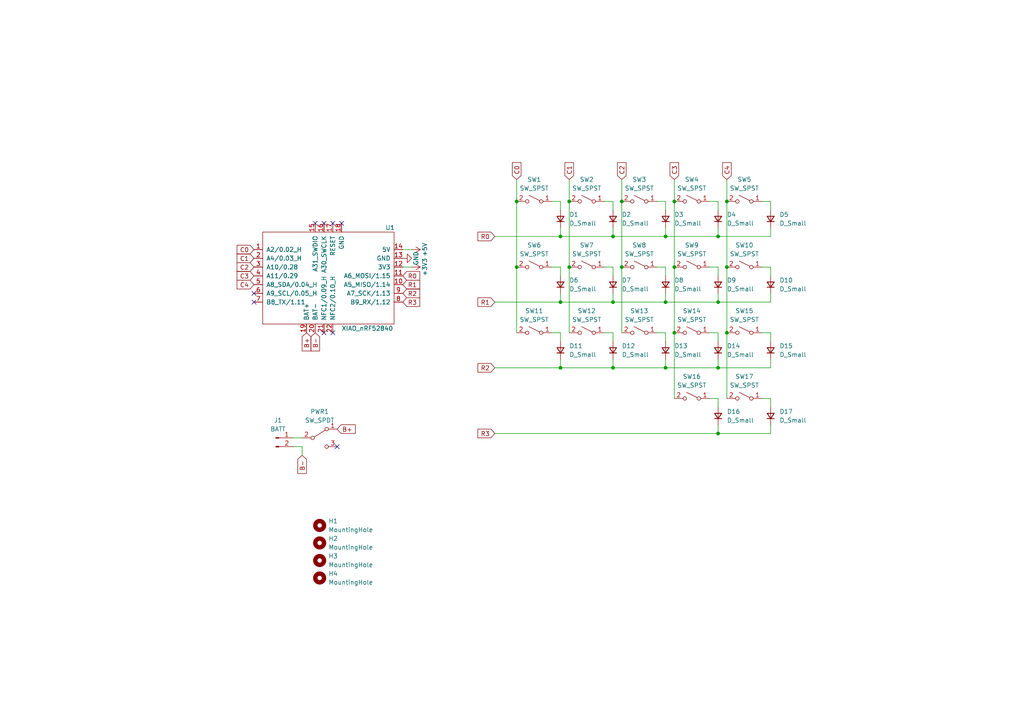
<source format=kicad_sch>
(kicad_sch
	(version 20231120)
	(generator "eeschema")
	(generator_version "8.0")
	(uuid "649044b9-4f27-440c-a4af-24a6a7c2a060")
	(paper "A4")
	(lib_symbols
		(symbol "Connector:Conn_01x02_Pin"
			(pin_names
				(offset 1.016) hide)
			(exclude_from_sim no)
			(in_bom yes)
			(on_board yes)
			(property "Reference" "J"
				(at 0 2.54 0)
				(effects
					(font
						(size 1.27 1.27)
					)
				)
			)
			(property "Value" "Conn_01x02_Pin"
				(at 0 -5.08 0)
				(effects
					(font
						(size 1.27 1.27)
					)
				)
			)
			(property "Footprint" ""
				(at 0 0 0)
				(effects
					(font
						(size 1.27 1.27)
					)
					(hide yes)
				)
			)
			(property "Datasheet" "~"
				(at 0 0 0)
				(effects
					(font
						(size 1.27 1.27)
					)
					(hide yes)
				)
			)
			(property "Description" "Generic connector, single row, 01x02, script generated"
				(at 0 0 0)
				(effects
					(font
						(size 1.27 1.27)
					)
					(hide yes)
				)
			)
			(property "ki_locked" ""
				(at 0 0 0)
				(effects
					(font
						(size 1.27 1.27)
					)
				)
			)
			(property "ki_keywords" "connector"
				(at 0 0 0)
				(effects
					(font
						(size 1.27 1.27)
					)
					(hide yes)
				)
			)
			(property "ki_fp_filters" "Connector*:*_1x??_*"
				(at 0 0 0)
				(effects
					(font
						(size 1.27 1.27)
					)
					(hide yes)
				)
			)
			(symbol "Conn_01x02_Pin_1_1"
				(polyline
					(pts
						(xy 1.27 -2.54) (xy 0.8636 -2.54)
					)
					(stroke
						(width 0.1524)
						(type default)
					)
					(fill
						(type none)
					)
				)
				(polyline
					(pts
						(xy 1.27 0) (xy 0.8636 0)
					)
					(stroke
						(width 0.1524)
						(type default)
					)
					(fill
						(type none)
					)
				)
				(rectangle
					(start 0.8636 -2.413)
					(end 0 -2.667)
					(stroke
						(width 0.1524)
						(type default)
					)
					(fill
						(type outline)
					)
				)
				(rectangle
					(start 0.8636 0.127)
					(end 0 -0.127)
					(stroke
						(width 0.1524)
						(type default)
					)
					(fill
						(type outline)
					)
				)
				(pin passive line
					(at 5.08 0 180)
					(length 3.81)
					(name "Pin_1"
						(effects
							(font
								(size 1.27 1.27)
							)
						)
					)
					(number "1"
						(effects
							(font
								(size 1.27 1.27)
							)
						)
					)
				)
				(pin passive line
					(at 5.08 -2.54 180)
					(length 3.81)
					(name "Pin_2"
						(effects
							(font
								(size 1.27 1.27)
							)
						)
					)
					(number "2"
						(effects
							(font
								(size 1.27 1.27)
							)
						)
					)
				)
			)
		)
		(symbol "Device:D_Small"
			(pin_numbers hide)
			(pin_names
				(offset 0.254) hide)
			(exclude_from_sim no)
			(in_bom yes)
			(on_board yes)
			(property "Reference" "D"
				(at -1.27 2.032 0)
				(effects
					(font
						(size 1.27 1.27)
					)
					(justify left)
				)
			)
			(property "Value" "D_Small"
				(at -3.81 -2.032 0)
				(effects
					(font
						(size 1.27 1.27)
					)
					(justify left)
				)
			)
			(property "Footprint" ""
				(at 0 0 90)
				(effects
					(font
						(size 1.27 1.27)
					)
					(hide yes)
				)
			)
			(property "Datasheet" "~"
				(at 0 0 90)
				(effects
					(font
						(size 1.27 1.27)
					)
					(hide yes)
				)
			)
			(property "Description" "Diode, small symbol"
				(at 0 0 0)
				(effects
					(font
						(size 1.27 1.27)
					)
					(hide yes)
				)
			)
			(property "Sim.Device" "D"
				(at 0 0 0)
				(effects
					(font
						(size 1.27 1.27)
					)
					(hide yes)
				)
			)
			(property "Sim.Pins" "1=K 2=A"
				(at 0 0 0)
				(effects
					(font
						(size 1.27 1.27)
					)
					(hide yes)
				)
			)
			(property "ki_keywords" "diode"
				(at 0 0 0)
				(effects
					(font
						(size 1.27 1.27)
					)
					(hide yes)
				)
			)
			(property "ki_fp_filters" "TO-???* *_Diode_* *SingleDiode* D_*"
				(at 0 0 0)
				(effects
					(font
						(size 1.27 1.27)
					)
					(hide yes)
				)
			)
			(symbol "D_Small_0_1"
				(polyline
					(pts
						(xy -0.762 -1.016) (xy -0.762 1.016)
					)
					(stroke
						(width 0.254)
						(type default)
					)
					(fill
						(type none)
					)
				)
				(polyline
					(pts
						(xy -0.762 0) (xy 0.762 0)
					)
					(stroke
						(width 0)
						(type default)
					)
					(fill
						(type none)
					)
				)
				(polyline
					(pts
						(xy 0.762 -1.016) (xy -0.762 0) (xy 0.762 1.016) (xy 0.762 -1.016)
					)
					(stroke
						(width 0.254)
						(type default)
					)
					(fill
						(type none)
					)
				)
			)
			(symbol "D_Small_1_1"
				(pin passive line
					(at -2.54 0 0)
					(length 1.778)
					(name "K"
						(effects
							(font
								(size 1.27 1.27)
							)
						)
					)
					(number "1"
						(effects
							(font
								(size 1.27 1.27)
							)
						)
					)
				)
				(pin passive line
					(at 2.54 0 180)
					(length 1.778)
					(name "A"
						(effects
							(font
								(size 1.27 1.27)
							)
						)
					)
					(number "2"
						(effects
							(font
								(size 1.27 1.27)
							)
						)
					)
				)
			)
		)
		(symbol "Mechanical:MountingHole"
			(pin_names
				(offset 1.016)
			)
			(exclude_from_sim no)
			(in_bom yes)
			(on_board yes)
			(property "Reference" "H"
				(at 0 5.08 0)
				(effects
					(font
						(size 1.27 1.27)
					)
				)
			)
			(property "Value" "MountingHole"
				(at 0 3.175 0)
				(effects
					(font
						(size 1.27 1.27)
					)
				)
			)
			(property "Footprint" ""
				(at 0 0 0)
				(effects
					(font
						(size 1.27 1.27)
					)
					(hide yes)
				)
			)
			(property "Datasheet" "~"
				(at 0 0 0)
				(effects
					(font
						(size 1.27 1.27)
					)
					(hide yes)
				)
			)
			(property "Description" "Mounting Hole without connection"
				(at 0 0 0)
				(effects
					(font
						(size 1.27 1.27)
					)
					(hide yes)
				)
			)
			(property "ki_keywords" "mounting hole"
				(at 0 0 0)
				(effects
					(font
						(size 1.27 1.27)
					)
					(hide yes)
				)
			)
			(property "ki_fp_filters" "MountingHole*"
				(at 0 0 0)
				(effects
					(font
						(size 1.27 1.27)
					)
					(hide yes)
				)
			)
			(symbol "MountingHole_0_1"
				(circle
					(center 0 0)
					(radius 1.27)
					(stroke
						(width 1.27)
						(type default)
					)
					(fill
						(type none)
					)
				)
			)
		)
		(symbol "Switch:SW_SPDT"
			(pin_names
				(offset 0) hide)
			(exclude_from_sim no)
			(in_bom yes)
			(on_board yes)
			(property "Reference" "SW"
				(at 0 4.318 0)
				(effects
					(font
						(size 1.27 1.27)
					)
				)
			)
			(property "Value" "SW_SPDT"
				(at 0 -5.08 0)
				(effects
					(font
						(size 1.27 1.27)
					)
				)
			)
			(property "Footprint" ""
				(at 0 0 0)
				(effects
					(font
						(size 1.27 1.27)
					)
					(hide yes)
				)
			)
			(property "Datasheet" "~"
				(at 0 0 0)
				(effects
					(font
						(size 1.27 1.27)
					)
					(hide yes)
				)
			)
			(property "Description" "Switch, single pole double throw"
				(at 0 0 0)
				(effects
					(font
						(size 1.27 1.27)
					)
					(hide yes)
				)
			)
			(property "ki_keywords" "switch single-pole double-throw spdt ON-ON"
				(at 0 0 0)
				(effects
					(font
						(size 1.27 1.27)
					)
					(hide yes)
				)
			)
			(symbol "SW_SPDT_0_0"
				(circle
					(center -2.032 0)
					(radius 0.508)
					(stroke
						(width 0)
						(type default)
					)
					(fill
						(type none)
					)
				)
				(circle
					(center 2.032 -2.54)
					(radius 0.508)
					(stroke
						(width 0)
						(type default)
					)
					(fill
						(type none)
					)
				)
			)
			(symbol "SW_SPDT_0_1"
				(polyline
					(pts
						(xy -1.524 0.254) (xy 1.651 2.286)
					)
					(stroke
						(width 0)
						(type default)
					)
					(fill
						(type none)
					)
				)
				(circle
					(center 2.032 2.54)
					(radius 0.508)
					(stroke
						(width 0)
						(type default)
					)
					(fill
						(type none)
					)
				)
			)
			(symbol "SW_SPDT_1_1"
				(pin passive line
					(at 5.08 2.54 180)
					(length 2.54)
					(name "A"
						(effects
							(font
								(size 1.27 1.27)
							)
						)
					)
					(number "1"
						(effects
							(font
								(size 1.27 1.27)
							)
						)
					)
				)
				(pin passive line
					(at -5.08 0 0)
					(length 2.54)
					(name "B"
						(effects
							(font
								(size 1.27 1.27)
							)
						)
					)
					(number "2"
						(effects
							(font
								(size 1.27 1.27)
							)
						)
					)
				)
				(pin passive line
					(at 5.08 -2.54 180)
					(length 2.54)
					(name "C"
						(effects
							(font
								(size 1.27 1.27)
							)
						)
					)
					(number "3"
						(effects
							(font
								(size 1.27 1.27)
							)
						)
					)
				)
			)
		)
		(symbol "Switch:SW_SPST"
			(pin_names
				(offset 0) hide)
			(exclude_from_sim no)
			(in_bom yes)
			(on_board yes)
			(property "Reference" "SW"
				(at 0 3.175 0)
				(effects
					(font
						(size 1.27 1.27)
					)
				)
			)
			(property "Value" "SW_SPST"
				(at 0 -2.54 0)
				(effects
					(font
						(size 1.27 1.27)
					)
				)
			)
			(property "Footprint" ""
				(at 0 0 0)
				(effects
					(font
						(size 1.27 1.27)
					)
					(hide yes)
				)
			)
			(property "Datasheet" "~"
				(at 0 0 0)
				(effects
					(font
						(size 1.27 1.27)
					)
					(hide yes)
				)
			)
			(property "Description" "Single Pole Single Throw (SPST) switch"
				(at 0 0 0)
				(effects
					(font
						(size 1.27 1.27)
					)
					(hide yes)
				)
			)
			(property "ki_keywords" "switch lever"
				(at 0 0 0)
				(effects
					(font
						(size 1.27 1.27)
					)
					(hide yes)
				)
			)
			(symbol "SW_SPST_0_0"
				(circle
					(center -2.032 0)
					(radius 0.508)
					(stroke
						(width 0)
						(type default)
					)
					(fill
						(type none)
					)
				)
				(polyline
					(pts
						(xy -1.524 0.254) (xy 1.524 1.778)
					)
					(stroke
						(width 0)
						(type default)
					)
					(fill
						(type none)
					)
				)
				(circle
					(center 2.032 0)
					(radius 0.508)
					(stroke
						(width 0)
						(type default)
					)
					(fill
						(type none)
					)
				)
			)
			(symbol "SW_SPST_1_1"
				(pin passive line
					(at -5.08 0 0)
					(length 2.54)
					(name "A"
						(effects
							(font
								(size 1.27 1.27)
							)
						)
					)
					(number "1"
						(effects
							(font
								(size 1.27 1.27)
							)
						)
					)
				)
				(pin passive line
					(at 5.08 0 180)
					(length 2.54)
					(name "B"
						(effects
							(font
								(size 1.27 1.27)
							)
						)
					)
					(number "2"
						(effects
							(font
								(size 1.27 1.27)
							)
						)
					)
				)
			)
		)
		(symbol "one:XIAO_nRF52840"
			(pin_names
				(offset 1.016)
			)
			(exclude_from_sim no)
			(in_bom yes)
			(on_board yes)
			(property "Reference" "U"
				(at 19.05 13.97 0)
				(effects
					(font
						(size 1.27 1.27)
					)
					(justify right)
				)
			)
			(property "Value" "XIAO_nRF52840"
				(at 19.05 -15.24 0)
				(effects
					(font
						(size 1.27 1.27)
					)
					(justify right)
				)
			)
			(property "Footprint" "one:XIAO_nRF52840"
				(at 0 0 0)
				(effects
					(font
						(size 1.27 1.27)
					)
					(hide yes)
				)
			)
			(property "Datasheet" ""
				(at -7.62 5.08 0)
				(effects
					(font
						(size 1.27 1.27)
					)
					(hide yes)
				)
			)
			(property "Description" ""
				(at 0 0 0)
				(effects
					(font
						(size 1.27 1.27)
					)
					(hide yes)
				)
			)
			(symbol "XIAO_nRF52840_0_1"
				(rectangle
					(start -19.05 12.7)
					(end 19.05 -13.97)
					(stroke
						(width 0)
						(type default)
					)
					(fill
						(type none)
					)
				)
			)
			(symbol "XIAO_nRF52840_1_1"
				(pin bidirectional line
					(at -21.59 7.62 0)
					(length 2.54)
					(name "A2/0.02_H"
						(effects
							(font
								(size 1.27 1.27)
							)
						)
					)
					(number "1"
						(effects
							(font
								(size 1.27 1.27)
							)
						)
					)
				)
				(pin bidirectional line
					(at 21.59 -2.54 180)
					(length 2.54)
					(name "A5_MISO/1.14"
						(effects
							(font
								(size 1.27 1.27)
							)
						)
					)
					(number "10"
						(effects
							(font
								(size 1.27 1.27)
							)
						)
					)
				)
				(pin bidirectional line
					(at 21.59 0 180)
					(length 2.54)
					(name "A6_MOSI/1.15"
						(effects
							(font
								(size 1.27 1.27)
							)
						)
					)
					(number "11"
						(effects
							(font
								(size 1.27 1.27)
							)
						)
					)
				)
				(pin power_out line
					(at 21.59 2.54 180)
					(length 2.54)
					(name "3V3"
						(effects
							(font
								(size 1.27 1.27)
							)
						)
					)
					(number "12"
						(effects
							(font
								(size 1.27 1.27)
							)
						)
					)
				)
				(pin power_out line
					(at 21.59 5.08 180)
					(length 2.54)
					(name "GND"
						(effects
							(font
								(size 1.27 1.27)
							)
						)
					)
					(number "13"
						(effects
							(font
								(size 1.27 1.27)
							)
						)
					)
				)
				(pin power_out line
					(at 21.59 7.62 180)
					(length 2.54)
					(name "5V"
						(effects
							(font
								(size 1.27 1.27)
							)
						)
					)
					(number "14"
						(effects
							(font
								(size 1.27 1.27)
							)
						)
					)
				)
				(pin input line
					(at -3.81 15.24 270)
					(length 2.54)
					(name "A31_SWDIO"
						(effects
							(font
								(size 1.27 1.27)
							)
						)
					)
					(number "15"
						(effects
							(font
								(size 1.27 1.27)
							)
						)
					)
				)
				(pin input line
					(at -1.27 15.24 270)
					(length 2.54)
					(name "A30_SWCLK"
						(effects
							(font
								(size 1.27 1.27)
							)
						)
					)
					(number "16"
						(effects
							(font
								(size 1.27 1.27)
							)
						)
					)
				)
				(pin input line
					(at 1.27 15.24 270)
					(length 2.54)
					(name "RESET"
						(effects
							(font
								(size 1.27 1.27)
							)
						)
					)
					(number "17"
						(effects
							(font
								(size 1.27 1.27)
							)
						)
					)
				)
				(pin power_out line
					(at 3.81 15.24 270)
					(length 2.54)
					(name "GND"
						(effects
							(font
								(size 1.27 1.27)
							)
						)
					)
					(number "18"
						(effects
							(font
								(size 1.27 1.27)
							)
						)
					)
				)
				(pin power_in line
					(at -6.35 -16.51 90)
					(length 2.54)
					(name "BAT+"
						(effects
							(font
								(size 1.27 1.27)
							)
						)
					)
					(number "19"
						(effects
							(font
								(size 1.27 1.27)
							)
						)
					)
				)
				(pin bidirectional line
					(at -21.59 5.08 0)
					(length 2.54)
					(name "A4/0.03_H"
						(effects
							(font
								(size 1.27 1.27)
							)
						)
					)
					(number "2"
						(effects
							(font
								(size 1.27 1.27)
							)
						)
					)
				)
				(pin power_in line
					(at -3.81 -16.51 90)
					(length 2.54)
					(name "BAT-"
						(effects
							(font
								(size 1.27 1.27)
							)
						)
					)
					(number "20"
						(effects
							(font
								(size 1.27 1.27)
							)
						)
					)
				)
				(pin bidirectional line
					(at -1.27 -16.51 90)
					(length 2.54)
					(name "NFC1/0.09_H"
						(effects
							(font
								(size 1.27 1.27)
							)
						)
					)
					(number "21"
						(effects
							(font
								(size 1.27 1.27)
							)
						)
					)
				)
				(pin bidirectional line
					(at 1.27 -16.51 90)
					(length 2.54)
					(name "NFC2/0.10_H"
						(effects
							(font
								(size 1.27 1.27)
							)
						)
					)
					(number "22"
						(effects
							(font
								(size 1.27 1.27)
							)
						)
					)
				)
				(pin bidirectional line
					(at -21.59 2.54 0)
					(length 2.54)
					(name "A10/0.28"
						(effects
							(font
								(size 1.27 1.27)
							)
						)
					)
					(number "3"
						(effects
							(font
								(size 1.27 1.27)
							)
						)
					)
				)
				(pin bidirectional line
					(at -21.59 0 0)
					(length 2.54)
					(name "A11/0.29"
						(effects
							(font
								(size 1.27 1.27)
							)
						)
					)
					(number "4"
						(effects
							(font
								(size 1.27 1.27)
							)
						)
					)
				)
				(pin bidirectional line
					(at -21.59 -2.54 0)
					(length 2.54)
					(name "A8_SDA/0.04_H"
						(effects
							(font
								(size 1.27 1.27)
							)
						)
					)
					(number "5"
						(effects
							(font
								(size 1.27 1.27)
							)
						)
					)
				)
				(pin bidirectional line
					(at -21.59 -5.08 0)
					(length 2.54)
					(name "A9_SCL/0.05_H"
						(effects
							(font
								(size 1.27 1.27)
							)
						)
					)
					(number "6"
						(effects
							(font
								(size 1.27 1.27)
							)
						)
					)
				)
				(pin bidirectional line
					(at -21.59 -7.62 0)
					(length 2.54)
					(name "B8_TX/1.11"
						(effects
							(font
								(size 1.27 1.27)
							)
						)
					)
					(number "7"
						(effects
							(font
								(size 1.27 1.27)
							)
						)
					)
				)
				(pin bidirectional line
					(at 21.59 -7.62 180)
					(length 2.54)
					(name "B9_RX/1.12"
						(effects
							(font
								(size 1.27 1.27)
							)
						)
					)
					(number "8"
						(effects
							(font
								(size 1.27 1.27)
							)
						)
					)
				)
				(pin bidirectional line
					(at 21.59 -5.08 180)
					(length 2.54)
					(name "A7_SCK/1.13"
						(effects
							(font
								(size 1.27 1.27)
							)
						)
					)
					(number "9"
						(effects
							(font
								(size 1.27 1.27)
							)
						)
					)
				)
			)
		)
		(symbol "power:+3V3"
			(power)
			(pin_names
				(offset 0)
			)
			(exclude_from_sim no)
			(in_bom yes)
			(on_board yes)
			(property "Reference" "#PWR"
				(at 0 -3.81 0)
				(effects
					(font
						(size 1.27 1.27)
					)
					(hide yes)
				)
			)
			(property "Value" "+3V3"
				(at 0 3.556 0)
				(effects
					(font
						(size 1.27 1.27)
					)
				)
			)
			(property "Footprint" ""
				(at 0 0 0)
				(effects
					(font
						(size 1.27 1.27)
					)
					(hide yes)
				)
			)
			(property "Datasheet" ""
				(at 0 0 0)
				(effects
					(font
						(size 1.27 1.27)
					)
					(hide yes)
				)
			)
			(property "Description" "Power symbol creates a global label with name \"+3V3\""
				(at 0 0 0)
				(effects
					(font
						(size 1.27 1.27)
					)
					(hide yes)
				)
			)
			(property "ki_keywords" "global power"
				(at 0 0 0)
				(effects
					(font
						(size 1.27 1.27)
					)
					(hide yes)
				)
			)
			(symbol "+3V3_0_1"
				(polyline
					(pts
						(xy -0.762 1.27) (xy 0 2.54)
					)
					(stroke
						(width 0)
						(type default)
					)
					(fill
						(type none)
					)
				)
				(polyline
					(pts
						(xy 0 0) (xy 0 2.54)
					)
					(stroke
						(width 0)
						(type default)
					)
					(fill
						(type none)
					)
				)
				(polyline
					(pts
						(xy 0 2.54) (xy 0.762 1.27)
					)
					(stroke
						(width 0)
						(type default)
					)
					(fill
						(type none)
					)
				)
			)
			(symbol "+3V3_1_1"
				(pin power_in line
					(at 0 0 90)
					(length 0) hide
					(name "+3V3"
						(effects
							(font
								(size 1.27 1.27)
							)
						)
					)
					(number "1"
						(effects
							(font
								(size 1.27 1.27)
							)
						)
					)
				)
			)
		)
		(symbol "power:+5V"
			(power)
			(pin_names
				(offset 0)
			)
			(exclude_from_sim no)
			(in_bom yes)
			(on_board yes)
			(property "Reference" "#PWR"
				(at 0 -3.81 0)
				(effects
					(font
						(size 1.27 1.27)
					)
					(hide yes)
				)
			)
			(property "Value" "+5V"
				(at 0 3.556 0)
				(effects
					(font
						(size 1.27 1.27)
					)
				)
			)
			(property "Footprint" ""
				(at 0 0 0)
				(effects
					(font
						(size 1.27 1.27)
					)
					(hide yes)
				)
			)
			(property "Datasheet" ""
				(at 0 0 0)
				(effects
					(font
						(size 1.27 1.27)
					)
					(hide yes)
				)
			)
			(property "Description" "Power symbol creates a global label with name \"+5V\""
				(at 0 0 0)
				(effects
					(font
						(size 1.27 1.27)
					)
					(hide yes)
				)
			)
			(property "ki_keywords" "global power"
				(at 0 0 0)
				(effects
					(font
						(size 1.27 1.27)
					)
					(hide yes)
				)
			)
			(symbol "+5V_0_1"
				(polyline
					(pts
						(xy -0.762 1.27) (xy 0 2.54)
					)
					(stroke
						(width 0)
						(type default)
					)
					(fill
						(type none)
					)
				)
				(polyline
					(pts
						(xy 0 0) (xy 0 2.54)
					)
					(stroke
						(width 0)
						(type default)
					)
					(fill
						(type none)
					)
				)
				(polyline
					(pts
						(xy 0 2.54) (xy 0.762 1.27)
					)
					(stroke
						(width 0)
						(type default)
					)
					(fill
						(type none)
					)
				)
			)
			(symbol "+5V_1_1"
				(pin power_in line
					(at 0 0 90)
					(length 0) hide
					(name "+5V"
						(effects
							(font
								(size 1.27 1.27)
							)
						)
					)
					(number "1"
						(effects
							(font
								(size 1.27 1.27)
							)
						)
					)
				)
			)
		)
		(symbol "power:GND"
			(power)
			(pin_names
				(offset 0)
			)
			(exclude_from_sim no)
			(in_bom yes)
			(on_board yes)
			(property "Reference" "#PWR"
				(at 0 -6.35 0)
				(effects
					(font
						(size 1.27 1.27)
					)
					(hide yes)
				)
			)
			(property "Value" "GND"
				(at 0 -3.81 0)
				(effects
					(font
						(size 1.27 1.27)
					)
				)
			)
			(property "Footprint" ""
				(at 0 0 0)
				(effects
					(font
						(size 1.27 1.27)
					)
					(hide yes)
				)
			)
			(property "Datasheet" ""
				(at 0 0 0)
				(effects
					(font
						(size 1.27 1.27)
					)
					(hide yes)
				)
			)
			(property "Description" "Power symbol creates a global label with name \"GND\" , ground"
				(at 0 0 0)
				(effects
					(font
						(size 1.27 1.27)
					)
					(hide yes)
				)
			)
			(property "ki_keywords" "global power"
				(at 0 0 0)
				(effects
					(font
						(size 1.27 1.27)
					)
					(hide yes)
				)
			)
			(symbol "GND_0_1"
				(polyline
					(pts
						(xy 0 0) (xy 0 -1.27) (xy 1.27 -1.27) (xy 0 -2.54) (xy -1.27 -1.27) (xy 0 -1.27)
					)
					(stroke
						(width 0)
						(type default)
					)
					(fill
						(type none)
					)
				)
			)
			(symbol "GND_1_1"
				(pin power_in line
					(at 0 0 270)
					(length 0) hide
					(name "GND"
						(effects
							(font
								(size 1.27 1.27)
							)
						)
					)
					(number "1"
						(effects
							(font
								(size 1.27 1.27)
							)
						)
					)
				)
			)
		)
	)
	(junction
		(at 180.34 58.42)
		(diameter 0)
		(color 0 0 0 0)
		(uuid "195bbd01-ab2f-4996-8d04-07421ea4581c")
	)
	(junction
		(at 162.56 106.68)
		(diameter 0)
		(color 0 0 0 0)
		(uuid "19867bc3-1799-4adf-a8c0-04faa553d2ce")
	)
	(junction
		(at 193.04 106.68)
		(diameter 0)
		(color 0 0 0 0)
		(uuid "23bc7d92-21c6-4ec8-9004-d3f2972f41ab")
	)
	(junction
		(at 193.04 87.63)
		(diameter 0)
		(color 0 0 0 0)
		(uuid "2d1e2aca-f0c5-4971-84e3-831c5068b00c")
	)
	(junction
		(at 208.28 87.63)
		(diameter 0)
		(color 0 0 0 0)
		(uuid "2faebd64-dbdb-454b-8732-8bb8422685a7")
	)
	(junction
		(at 165.1 77.47)
		(diameter 0)
		(color 0 0 0 0)
		(uuid "31624c82-da70-4de9-8a19-50df4ab813c8")
	)
	(junction
		(at 162.56 87.63)
		(diameter 0)
		(color 0 0 0 0)
		(uuid "373c71b7-615d-4ccc-82ef-fd5389251584")
	)
	(junction
		(at 208.28 106.68)
		(diameter 0)
		(color 0 0 0 0)
		(uuid "401cd344-4898-40f5-a256-f5b182afe83d")
	)
	(junction
		(at 208.28 68.58)
		(diameter 0)
		(color 0 0 0 0)
		(uuid "55b34cf6-47ce-4c91-96b6-1d54237a559f")
	)
	(junction
		(at 210.82 77.47)
		(diameter 0)
		(color 0 0 0 0)
		(uuid "5ddb3219-bad6-4ca3-b541-7366abd7bbe3")
	)
	(junction
		(at 195.58 77.47)
		(diameter 0)
		(color 0 0 0 0)
		(uuid "6269df58-b2ed-4763-9a20-6395b2c2625d")
	)
	(junction
		(at 193.04 68.58)
		(diameter 0)
		(color 0 0 0 0)
		(uuid "72cf9c98-17f8-4180-9d86-fd1ce532f074")
	)
	(junction
		(at 177.8 68.58)
		(diameter 0)
		(color 0 0 0 0)
		(uuid "94393fd4-b33a-4bf6-9433-2567b5124eaf")
	)
	(junction
		(at 165.1 58.42)
		(diameter 0)
		(color 0 0 0 0)
		(uuid "99a859b2-389f-491a-9f97-f1d84433423c")
	)
	(junction
		(at 210.82 96.52)
		(diameter 0)
		(color 0 0 0 0)
		(uuid "9fd46821-cabd-475a-a419-947406750573")
	)
	(junction
		(at 208.28 125.73)
		(diameter 0)
		(color 0 0 0 0)
		(uuid "a1b8507b-5f2a-4e63-a3fc-fa7bfe1d416d")
	)
	(junction
		(at 195.58 58.42)
		(diameter 0)
		(color 0 0 0 0)
		(uuid "bf902a19-0158-442a-a493-082b9c344ec1")
	)
	(junction
		(at 210.82 58.42)
		(diameter 0)
		(color 0 0 0 0)
		(uuid "c9c0de13-029e-48da-ba8e-b797398d540e")
	)
	(junction
		(at 177.8 87.63)
		(diameter 0)
		(color 0 0 0 0)
		(uuid "ccb0d909-c898-4f21-95c3-c6458049df15")
	)
	(junction
		(at 180.34 77.47)
		(diameter 0)
		(color 0 0 0 0)
		(uuid "d1e1844d-3295-495a-821c-0351d543b241")
	)
	(junction
		(at 162.56 68.58)
		(diameter 0)
		(color 0 0 0 0)
		(uuid "d27536c2-b9e1-4feb-8694-920d20d555fd")
	)
	(junction
		(at 149.86 77.47)
		(diameter 0)
		(color 0 0 0 0)
		(uuid "d36dc24f-6e91-4541-a05f-caecba3774ff")
	)
	(junction
		(at 149.86 58.42)
		(diameter 0)
		(color 0 0 0 0)
		(uuid "dd29cdcc-6b18-4db2-a000-fffef3ada619")
	)
	(junction
		(at 195.58 96.52)
		(diameter 0)
		(color 0 0 0 0)
		(uuid "ebeff342-9cad-4e51-a360-979d173b64da")
	)
	(junction
		(at 177.8 106.68)
		(diameter 0)
		(color 0 0 0 0)
		(uuid "ec134d9f-56c1-42a2-9a85-0721212711b1")
	)
	(no_connect
		(at 96.52 64.77)
		(uuid "1e7ad5cc-97a0-4f8d-9c2a-a876289fbd63")
	)
	(no_connect
		(at 73.66 87.63)
		(uuid "2cdc115b-2c52-466f-966f-596cf380dffb")
	)
	(no_connect
		(at 96.52 96.52)
		(uuid "4871a063-0efb-4674-885b-2315cad1cfcd")
	)
	(no_connect
		(at 91.44 64.77)
		(uuid "49f95be3-c110-4539-97dc-f89db6901cea")
	)
	(no_connect
		(at 93.98 96.52)
		(uuid "78041839-6985-48f0-821f-0e7a383a73d0")
	)
	(no_connect
		(at 93.98 64.77)
		(uuid "90f4d5e2-214e-4e34-a949-8f48f47bdfec")
	)
	(no_connect
		(at 99.06 64.77)
		(uuid "c46dca84-7c06-4109-afdc-0787ec56e5be")
	)
	(no_connect
		(at 97.79 129.54)
		(uuid "ca3c25c4-9400-4e98-8272-25f05048e406")
	)
	(no_connect
		(at 73.66 85.09)
		(uuid "f0b612a0-fd44-46ba-b431-a69cd251b509")
	)
	(wire
		(pts
			(xy 175.26 96.52) (xy 177.8 96.52)
		)
		(stroke
			(width 0)
			(type default)
		)
		(uuid "06a6d0d4-bb85-496c-baf1-842d4db33e83")
	)
	(wire
		(pts
			(xy 162.56 106.68) (xy 162.56 104.14)
		)
		(stroke
			(width 0)
			(type default)
		)
		(uuid "07b9b77d-23f6-48c7-9860-7cf027547b01")
	)
	(wire
		(pts
			(xy 162.56 68.58) (xy 177.8 68.58)
		)
		(stroke
			(width 0)
			(type default)
		)
		(uuid "09876fa7-b134-4db6-8a75-835cff304919")
	)
	(wire
		(pts
			(xy 190.5 77.47) (xy 193.04 77.47)
		)
		(stroke
			(width 0)
			(type default)
		)
		(uuid "0a4e1377-b26e-4f8b-8279-24bacbab6db1")
	)
	(wire
		(pts
			(xy 175.26 77.47) (xy 177.8 77.47)
		)
		(stroke
			(width 0)
			(type default)
		)
		(uuid "130eb589-7f32-4d49-9b94-473cc33803cd")
	)
	(wire
		(pts
			(xy 177.8 104.14) (xy 177.8 106.68)
		)
		(stroke
			(width 0)
			(type default)
		)
		(uuid "14940bde-d3e9-4332-9557-84edfe869e8e")
	)
	(wire
		(pts
			(xy 208.28 96.52) (xy 208.28 99.06)
		)
		(stroke
			(width 0)
			(type default)
		)
		(uuid "166a5f04-bbb1-4ed4-8463-38186b6660c9")
	)
	(wire
		(pts
			(xy 119.38 77.47) (xy 116.84 77.47)
		)
		(stroke
			(width 0)
			(type default)
		)
		(uuid "1a7df249-a388-4ab6-9575-0cfe80907696")
	)
	(wire
		(pts
			(xy 149.86 58.42) (xy 149.86 77.47)
		)
		(stroke
			(width 0)
			(type default)
		)
		(uuid "211a3fc4-f676-4ff8-8336-1d98bb72f060")
	)
	(wire
		(pts
			(xy 195.58 96.52) (xy 195.58 115.57)
		)
		(stroke
			(width 0)
			(type default)
		)
		(uuid "285d8243-47c8-4166-bc99-5916697e0ca6")
	)
	(wire
		(pts
			(xy 143.51 68.58) (xy 162.56 68.58)
		)
		(stroke
			(width 0)
			(type default)
		)
		(uuid "2c447ea4-35ee-4d5e-8eb7-446d3a84730a")
	)
	(wire
		(pts
			(xy 160.02 96.52) (xy 162.56 96.52)
		)
		(stroke
			(width 0)
			(type default)
		)
		(uuid "327db465-e8b2-4554-b020-af46352ed999")
	)
	(wire
		(pts
			(xy 177.8 106.68) (xy 193.04 106.68)
		)
		(stroke
			(width 0)
			(type default)
		)
		(uuid "344f8dcd-c593-4231-9f56-5a5c650c6e9f")
	)
	(wire
		(pts
			(xy 208.28 58.42) (xy 208.28 60.96)
		)
		(stroke
			(width 0)
			(type default)
		)
		(uuid "3531cb67-c1d5-4afc-9afb-e60a9c6c2357")
	)
	(wire
		(pts
			(xy 223.52 85.09) (xy 223.52 87.63)
		)
		(stroke
			(width 0)
			(type default)
		)
		(uuid "37ad5ae6-21f4-4f2f-a71f-b59c9a7afabd")
	)
	(wire
		(pts
			(xy 205.74 115.57) (xy 208.28 115.57)
		)
		(stroke
			(width 0)
			(type default)
		)
		(uuid "3a289db0-6882-4f16-84a3-5a7163617857")
	)
	(wire
		(pts
			(xy 208.28 115.57) (xy 208.28 118.11)
		)
		(stroke
			(width 0)
			(type default)
		)
		(uuid "3bb83b01-3205-4539-a1f8-1830744e49b0")
	)
	(wire
		(pts
			(xy 223.52 115.57) (xy 223.52 118.11)
		)
		(stroke
			(width 0)
			(type default)
		)
		(uuid "3d6aa18b-a80c-49b2-80d1-8802acbde4a3")
	)
	(wire
		(pts
			(xy 177.8 66.04) (xy 177.8 68.58)
		)
		(stroke
			(width 0)
			(type default)
		)
		(uuid "3e96048c-b00d-44dd-8775-eb966100a1a2")
	)
	(wire
		(pts
			(xy 175.26 58.42) (xy 177.8 58.42)
		)
		(stroke
			(width 0)
			(type default)
		)
		(uuid "3ef179fc-9368-4681-9794-5ca40befb585")
	)
	(wire
		(pts
			(xy 195.58 58.42) (xy 195.58 77.47)
		)
		(stroke
			(width 0)
			(type default)
		)
		(uuid "3fcad546-8a07-466f-b5dc-a90547be5bef")
	)
	(wire
		(pts
			(xy 223.52 123.19) (xy 223.52 125.73)
		)
		(stroke
			(width 0)
			(type default)
		)
		(uuid "3ff8224e-6b72-43e4-b941-f859087ec36c")
	)
	(wire
		(pts
			(xy 85.09 127) (xy 87.63 127)
		)
		(stroke
			(width 0)
			(type default)
		)
		(uuid "4204739e-ad16-430c-9440-57ae829da6cb")
	)
	(wire
		(pts
			(xy 177.8 58.42) (xy 177.8 60.96)
		)
		(stroke
			(width 0)
			(type default)
		)
		(uuid "480ebc34-c135-4c10-ab8c-acde7b25d47d")
	)
	(wire
		(pts
			(xy 87.63 129.54) (xy 87.63 132.08)
		)
		(stroke
			(width 0)
			(type default)
		)
		(uuid "49dfb649-90c4-4abf-bf39-1615efaf0e19")
	)
	(wire
		(pts
			(xy 208.28 87.63) (xy 223.52 87.63)
		)
		(stroke
			(width 0)
			(type default)
		)
		(uuid "502e05cd-bffa-4cf2-b035-0e9782ee071c")
	)
	(wire
		(pts
			(xy 177.8 85.09) (xy 177.8 87.63)
		)
		(stroke
			(width 0)
			(type default)
		)
		(uuid "5217b048-9f50-4ac0-a2ff-6f58309bbae0")
	)
	(wire
		(pts
			(xy 180.34 52.07) (xy 180.34 58.42)
		)
		(stroke
			(width 0)
			(type default)
		)
		(uuid "52fd3e38-0b35-4eb0-8b62-3824055c9dd7")
	)
	(wire
		(pts
			(xy 195.58 77.47) (xy 195.58 96.52)
		)
		(stroke
			(width 0)
			(type default)
		)
		(uuid "558d346a-5ea1-412c-b358-e317ed404280")
	)
	(wire
		(pts
			(xy 195.58 52.07) (xy 195.58 58.42)
		)
		(stroke
			(width 0)
			(type default)
		)
		(uuid "568547ba-60f3-4f25-85b7-a48c6bd01485")
	)
	(wire
		(pts
			(xy 208.28 125.73) (xy 223.52 125.73)
		)
		(stroke
			(width 0)
			(type default)
		)
		(uuid "5a716978-3b44-426b-812b-b6a6916ef071")
	)
	(wire
		(pts
			(xy 210.82 58.42) (xy 210.82 77.47)
		)
		(stroke
			(width 0)
			(type default)
		)
		(uuid "6034c09e-b972-4fa5-b4cc-3e2e616341f7")
	)
	(wire
		(pts
			(xy 220.98 96.52) (xy 223.52 96.52)
		)
		(stroke
			(width 0)
			(type default)
		)
		(uuid "6608c702-00be-4cda-ab3a-8f11728c8955")
	)
	(wire
		(pts
			(xy 160.02 58.42) (xy 162.56 58.42)
		)
		(stroke
			(width 0)
			(type default)
		)
		(uuid "67c805c4-f3da-4dca-97ca-5f57a1ddab55")
	)
	(wire
		(pts
			(xy 162.56 87.63) (xy 177.8 87.63)
		)
		(stroke
			(width 0)
			(type default)
		)
		(uuid "6aea527f-46e6-4390-8e2c-5ec4896cbf4e")
	)
	(wire
		(pts
			(xy 162.56 68.58) (xy 162.56 66.04)
		)
		(stroke
			(width 0)
			(type default)
		)
		(uuid "71eb5cb4-7e93-46a5-8aaa-b1cfd3cf266d")
	)
	(wire
		(pts
			(xy 223.52 77.47) (xy 223.52 80.01)
		)
		(stroke
			(width 0)
			(type default)
		)
		(uuid "724a2dae-521f-4084-911f-a2e0b94e4822")
	)
	(wire
		(pts
			(xy 162.56 87.63) (xy 162.56 85.09)
		)
		(stroke
			(width 0)
			(type default)
		)
		(uuid "7378fce2-1386-421a-b09f-45d5fe3385b4")
	)
	(wire
		(pts
			(xy 160.02 77.47) (xy 162.56 77.47)
		)
		(stroke
			(width 0)
			(type default)
		)
		(uuid "73b29562-54da-4e21-9059-764911c375b4")
	)
	(wire
		(pts
			(xy 177.8 87.63) (xy 193.04 87.63)
		)
		(stroke
			(width 0)
			(type default)
		)
		(uuid "78dad8e9-582b-4646-9cc4-e01d972393f9")
	)
	(wire
		(pts
			(xy 208.28 123.19) (xy 208.28 125.73)
		)
		(stroke
			(width 0)
			(type default)
		)
		(uuid "79d9f28a-42e8-4018-b748-1e5317ee278b")
	)
	(wire
		(pts
			(xy 220.98 58.42) (xy 223.52 58.42)
		)
		(stroke
			(width 0)
			(type default)
		)
		(uuid "7b008a9b-3194-4b10-b8b3-0b56e3a36913")
	)
	(wire
		(pts
			(xy 193.04 68.58) (xy 208.28 68.58)
		)
		(stroke
			(width 0)
			(type default)
		)
		(uuid "7d119578-4fc2-47c3-b6d5-67c60edf0f04")
	)
	(wire
		(pts
			(xy 177.8 77.47) (xy 177.8 80.01)
		)
		(stroke
			(width 0)
			(type default)
		)
		(uuid "80179285-661c-48c0-9f37-075971c79ca0")
	)
	(wire
		(pts
			(xy 193.04 87.63) (xy 208.28 87.63)
		)
		(stroke
			(width 0)
			(type default)
		)
		(uuid "816d45d3-5c10-476a-bbe8-496417013c13")
	)
	(wire
		(pts
			(xy 208.28 68.58) (xy 223.52 68.58)
		)
		(stroke
			(width 0)
			(type default)
		)
		(uuid "82954cd1-3210-4480-8800-2f9c788ad7cc")
	)
	(wire
		(pts
			(xy 162.56 58.42) (xy 162.56 60.96)
		)
		(stroke
			(width 0)
			(type default)
		)
		(uuid "83c90215-886e-46c6-b24f-d3867548581a")
	)
	(wire
		(pts
			(xy 177.8 96.52) (xy 177.8 99.06)
		)
		(stroke
			(width 0)
			(type default)
		)
		(uuid "857a773e-1baf-42ee-87bf-de4b53ba4d53")
	)
	(wire
		(pts
			(xy 165.1 77.47) (xy 165.1 96.52)
		)
		(stroke
			(width 0)
			(type default)
		)
		(uuid "8750f9bd-1602-4473-a79f-977a033d5580")
	)
	(wire
		(pts
			(xy 205.74 96.52) (xy 208.28 96.52)
		)
		(stroke
			(width 0)
			(type default)
		)
		(uuid "88284fc5-0261-4984-b05a-5c081cd6aed6")
	)
	(wire
		(pts
			(xy 177.8 68.58) (xy 193.04 68.58)
		)
		(stroke
			(width 0)
			(type default)
		)
		(uuid "886752d6-ce6e-43ed-88e4-e54e0bf7b496")
	)
	(wire
		(pts
			(xy 190.5 58.42) (xy 193.04 58.42)
		)
		(stroke
			(width 0)
			(type default)
		)
		(uuid "88af9bd1-af8d-4d6c-8747-52e9c47bfa9b")
	)
	(wire
		(pts
			(xy 180.34 58.42) (xy 180.34 77.47)
		)
		(stroke
			(width 0)
			(type default)
		)
		(uuid "8c3700d5-251e-4482-96bf-aa66cfa55d5e")
	)
	(wire
		(pts
			(xy 205.74 77.47) (xy 208.28 77.47)
		)
		(stroke
			(width 0)
			(type default)
		)
		(uuid "911a5465-36d9-4de7-a523-d1257b91f21a")
	)
	(wire
		(pts
			(xy 208.28 104.14) (xy 208.28 106.68)
		)
		(stroke
			(width 0)
			(type default)
		)
		(uuid "92734b42-344d-477c-b643-debf5a8f518e")
	)
	(wire
		(pts
			(xy 193.04 85.09) (xy 193.04 87.63)
		)
		(stroke
			(width 0)
			(type default)
		)
		(uuid "93365496-5fbb-4f5c-9944-c94af3f030d4")
	)
	(wire
		(pts
			(xy 208.28 66.04) (xy 208.28 68.58)
		)
		(stroke
			(width 0)
			(type default)
		)
		(uuid "94e3e0c6-066a-4359-a0e3-991e67e22f4e")
	)
	(wire
		(pts
			(xy 210.82 96.52) (xy 210.82 115.57)
		)
		(stroke
			(width 0)
			(type default)
		)
		(uuid "981dd741-1f16-4386-b270-221a94d36194")
	)
	(wire
		(pts
			(xy 208.28 85.09) (xy 208.28 87.63)
		)
		(stroke
			(width 0)
			(type default)
		)
		(uuid "9a4fae38-ae03-453c-9edc-9e51681db5b7")
	)
	(wire
		(pts
			(xy 208.28 106.68) (xy 223.52 106.68)
		)
		(stroke
			(width 0)
			(type default)
		)
		(uuid "9a91ea34-d9b9-44b5-aa9c-cf4c3c83649d")
	)
	(wire
		(pts
			(xy 85.09 129.54) (xy 87.63 129.54)
		)
		(stroke
			(width 0)
			(type default)
		)
		(uuid "9c104ff5-5d1d-4cc0-a0fa-767f4b0aac29")
	)
	(wire
		(pts
			(xy 143.51 125.73) (xy 208.28 125.73)
		)
		(stroke
			(width 0)
			(type default)
		)
		(uuid "9c6c3711-1652-4ccd-b15a-f56a06d4fc4f")
	)
	(wire
		(pts
			(xy 119.38 72.39) (xy 116.84 72.39)
		)
		(stroke
			(width 0)
			(type default)
		)
		(uuid "a32d9bcc-7507-4e2a-a7f2-cd19b178b428")
	)
	(wire
		(pts
			(xy 193.04 58.42) (xy 193.04 60.96)
		)
		(stroke
			(width 0)
			(type default)
		)
		(uuid "a5478bd1-0c20-4a73-b8f7-bf486535bb77")
	)
	(wire
		(pts
			(xy 193.04 104.14) (xy 193.04 106.68)
		)
		(stroke
			(width 0)
			(type default)
		)
		(uuid "a8cbb3e2-5aae-4e04-82e8-dfae99dfb954")
	)
	(wire
		(pts
			(xy 210.82 52.07) (xy 210.82 58.42)
		)
		(stroke
			(width 0)
			(type default)
		)
		(uuid "ab37065b-fa0d-4bf5-afc3-6ddb0205318c")
	)
	(wire
		(pts
			(xy 223.52 104.14) (xy 223.52 106.68)
		)
		(stroke
			(width 0)
			(type default)
		)
		(uuid "ade927c2-f532-4b13-b32e-3c54acb07f23")
	)
	(wire
		(pts
			(xy 162.56 96.52) (xy 162.56 99.06)
		)
		(stroke
			(width 0)
			(type default)
		)
		(uuid "adeede7b-7d9d-426a-a72a-8eb7a7e66832")
	)
	(wire
		(pts
			(xy 208.28 77.47) (xy 208.28 80.01)
		)
		(stroke
			(width 0)
			(type default)
		)
		(uuid "b123df53-5521-4c33-bb15-ea12a03f84a8")
	)
	(wire
		(pts
			(xy 193.04 96.52) (xy 193.04 99.06)
		)
		(stroke
			(width 0)
			(type default)
		)
		(uuid "b6458131-11d2-4158-8e88-49d0ae3dd3f1")
	)
	(wire
		(pts
			(xy 143.51 87.63) (xy 162.56 87.63)
		)
		(stroke
			(width 0)
			(type default)
		)
		(uuid "b6a68fc4-fc52-44cd-81d6-576933cec580")
	)
	(wire
		(pts
			(xy 162.56 106.68) (xy 177.8 106.68)
		)
		(stroke
			(width 0)
			(type default)
		)
		(uuid "bfc0e3ff-e2b3-4bc0-a49f-d48e6a9b93c5")
	)
	(wire
		(pts
			(xy 223.52 96.52) (xy 223.52 99.06)
		)
		(stroke
			(width 0)
			(type default)
		)
		(uuid "c5916ecf-4ee6-41d8-a69d-aa78703b9bb2")
	)
	(wire
		(pts
			(xy 143.51 106.68) (xy 162.56 106.68)
		)
		(stroke
			(width 0)
			(type default)
		)
		(uuid "c8440def-1991-4885-a909-63205438a10a")
	)
	(wire
		(pts
			(xy 180.34 77.47) (xy 180.34 96.52)
		)
		(stroke
			(width 0)
			(type default)
		)
		(uuid "ca349073-d510-47f9-81d1-62b3d491f2fb")
	)
	(wire
		(pts
			(xy 190.5 96.52) (xy 193.04 96.52)
		)
		(stroke
			(width 0)
			(type default)
		)
		(uuid "cb20eacf-3a1f-40da-ad53-a5100d05ba82")
	)
	(wire
		(pts
			(xy 220.98 77.47) (xy 223.52 77.47)
		)
		(stroke
			(width 0)
			(type default)
		)
		(uuid "cc2dac46-41bf-41da-91fa-8ccff8f80b9b")
	)
	(wire
		(pts
			(xy 223.52 66.04) (xy 223.52 68.58)
		)
		(stroke
			(width 0)
			(type default)
		)
		(uuid "ce08886e-5c4d-4263-b44c-d8734c32166d")
	)
	(wire
		(pts
			(xy 193.04 106.68) (xy 208.28 106.68)
		)
		(stroke
			(width 0)
			(type default)
		)
		(uuid "d9a191ee-58f4-45c2-b915-36e1cae2522e")
	)
	(wire
		(pts
			(xy 149.86 77.47) (xy 149.86 96.52)
		)
		(stroke
			(width 0)
			(type default)
		)
		(uuid "dc03079d-b725-4fe3-a50f-ab018c4e55c3")
	)
	(wire
		(pts
			(xy 193.04 66.04) (xy 193.04 68.58)
		)
		(stroke
			(width 0)
			(type default)
		)
		(uuid "e0c5bf30-6e4d-458f-b62a-eec3c802b82b")
	)
	(wire
		(pts
			(xy 193.04 77.47) (xy 193.04 80.01)
		)
		(stroke
			(width 0)
			(type default)
		)
		(uuid "e5c2bcac-bfba-425c-b159-58a13d1ca9af")
	)
	(wire
		(pts
			(xy 149.86 52.07) (xy 149.86 58.42)
		)
		(stroke
			(width 0)
			(type default)
		)
		(uuid "e974ecd7-25e8-4815-9bb4-2b50ab5f2a0b")
	)
	(wire
		(pts
			(xy 205.74 58.42) (xy 208.28 58.42)
		)
		(stroke
			(width 0)
			(type default)
		)
		(uuid "eddf6a88-4204-44ee-b7f1-fd14ff9f983f")
	)
	(wire
		(pts
			(xy 223.52 58.42) (xy 223.52 60.96)
		)
		(stroke
			(width 0)
			(type default)
		)
		(uuid "f0d0713f-b4ad-4d15-9a04-86db31915a99")
	)
	(wire
		(pts
			(xy 165.1 58.42) (xy 165.1 77.47)
		)
		(stroke
			(width 0)
			(type default)
		)
		(uuid "f56c3dd9-0a08-4ce9-9bab-ce6e25e35640")
	)
	(wire
		(pts
			(xy 210.82 77.47) (xy 210.82 96.52)
		)
		(stroke
			(width 0)
			(type default)
		)
		(uuid "fa23856a-937e-41c0-aa56-f3a818e0655b")
	)
	(wire
		(pts
			(xy 162.56 77.47) (xy 162.56 80.01)
		)
		(stroke
			(width 0)
			(type default)
		)
		(uuid "faba4572-6eb1-46ac-82d5-588df4055faf")
	)
	(wire
		(pts
			(xy 220.98 115.57) (xy 223.52 115.57)
		)
		(stroke
			(width 0)
			(type default)
		)
		(uuid "fe1ae467-ff23-4f1e-b628-4f36dca89641")
	)
	(wire
		(pts
			(xy 165.1 52.07) (xy 165.1 58.42)
		)
		(stroke
			(width 0)
			(type default)
		)
		(uuid "fe5400ec-ffbc-4b23-9dee-e3ce1a8c392a")
	)
	(global_label "R3"
		(shape input)
		(at 143.51 125.73 180)
		(fields_autoplaced yes)
		(effects
			(font
				(size 1.27 1.27)
			)
			(justify right)
		)
		(uuid "07a1516e-6e0e-4bd8-82ba-8fef001fa79f")
		(property "Intersheetrefs" "${INTERSHEET_REFS}"
			(at 138.0453 125.73 0)
			(effects
				(font
					(size 1.27 1.27)
				)
				(justify right)
				(hide yes)
			)
		)
	)
	(global_label "R2"
		(shape input)
		(at 116.84 85.09 0)
		(fields_autoplaced yes)
		(effects
			(font
				(size 1.27 1.27)
			)
			(justify left)
		)
		(uuid "18d36211-f04c-4706-86e5-4ebd1a5a53c6")
		(property "Intersheetrefs" "${INTERSHEET_REFS}"
			(at 122.2253 85.09 0)
			(effects
				(font
					(size 1.27 1.27)
				)
				(justify left)
				(hide yes)
			)
		)
	)
	(global_label "B-"
		(shape input)
		(at 87.63 132.08 270)
		(fields_autoplaced yes)
		(effects
			(font
				(size 1.27 1.27)
			)
			(justify right)
		)
		(uuid "20244902-8453-4f82-89cf-e955ca0d971d")
		(property "Intersheetrefs" "${INTERSHEET_REFS}"
			(at 87.63 137.8282 90)
			(effects
				(font
					(size 1.27 1.27)
				)
				(justify right)
				(hide yes)
			)
		)
	)
	(global_label "C0"
		(shape input)
		(at 149.86 52.07 90)
		(fields_autoplaced yes)
		(effects
			(font
				(size 1.27 1.27)
			)
			(justify left)
		)
		(uuid "20c2ceb2-1c26-4a44-88c5-134dbed23eec")
		(property "Intersheetrefs" "${INTERSHEET_REFS}"
			(at 149.86 46.6053 90)
			(effects
				(font
					(size 1.27 1.27)
				)
				(justify left)
				(hide yes)
			)
		)
	)
	(global_label "C3"
		(shape input)
		(at 73.66 80.01 180)
		(fields_autoplaced yes)
		(effects
			(font
				(size 1.27 1.27)
			)
			(justify right)
		)
		(uuid "3780bd63-a90a-4597-bd20-224222c75179")
		(property "Intersheetrefs" "${INTERSHEET_REFS}"
			(at 68.2747 80.01 0)
			(effects
				(font
					(size 1.27 1.27)
				)
				(justify right)
				(hide yes)
			)
		)
	)
	(global_label "R2"
		(shape input)
		(at 143.51 106.68 180)
		(fields_autoplaced yes)
		(effects
			(font
				(size 1.27 1.27)
			)
			(justify right)
		)
		(uuid "3b0bc564-cd0c-46ca-9d3e-3303f79afd7d")
		(property "Intersheetrefs" "${INTERSHEET_REFS}"
			(at 138.0453 106.68 0)
			(effects
				(font
					(size 1.27 1.27)
				)
				(justify right)
				(hide yes)
			)
		)
	)
	(global_label "C4"
		(shape input)
		(at 210.82 52.07 90)
		(fields_autoplaced yes)
		(effects
			(font
				(size 1.27 1.27)
			)
			(justify left)
		)
		(uuid "4c3d9c2b-0b15-4c8f-b601-7d1f90fac73a")
		(property "Intersheetrefs" "${INTERSHEET_REFS}"
			(at 210.82 46.6053 90)
			(effects
				(font
					(size 1.27 1.27)
				)
				(justify left)
				(hide yes)
			)
		)
	)
	(global_label "C2"
		(shape input)
		(at 73.66 77.47 180)
		(fields_autoplaced yes)
		(effects
			(font
				(size 1.27 1.27)
			)
			(justify right)
		)
		(uuid "590a1561-2f9d-441b-81d1-0be4854dd3ad")
		(property "Intersheetrefs" "${INTERSHEET_REFS}"
			(at 68.2747 77.47 0)
			(effects
				(font
					(size 1.27 1.27)
				)
				(justify right)
				(hide yes)
			)
		)
	)
	(global_label "R1"
		(shape input)
		(at 143.51 87.63 180)
		(fields_autoplaced yes)
		(effects
			(font
				(size 1.27 1.27)
			)
			(justify right)
		)
		(uuid "6a9b8e1f-af2b-4c35-a240-d6399ba0e0f2")
		(property "Intersheetrefs" "${INTERSHEET_REFS}"
			(at 138.0453 87.63 0)
			(effects
				(font
					(size 1.27 1.27)
				)
				(justify right)
				(hide yes)
			)
		)
	)
	(global_label "R0"
		(shape input)
		(at 116.84 80.01 0)
		(fields_autoplaced yes)
		(effects
			(font
				(size 1.27 1.27)
			)
			(justify left)
		)
		(uuid "6ad942e5-3920-43f4-8664-e4c2ac54ec2b")
		(property "Intersheetrefs" "${INTERSHEET_REFS}"
			(at 122.2253 80.01 0)
			(effects
				(font
					(size 1.27 1.27)
				)
				(justify left)
				(hide yes)
			)
		)
	)
	(global_label "C1"
		(shape input)
		(at 165.1 52.07 90)
		(fields_autoplaced yes)
		(effects
			(font
				(size 1.27 1.27)
			)
			(justify left)
		)
		(uuid "6d955e2f-36d7-4d59-a76e-450c90a33d02")
		(property "Intersheetrefs" "${INTERSHEET_REFS}"
			(at 165.1 46.6053 90)
			(effects
				(font
					(size 1.27 1.27)
				)
				(justify left)
				(hide yes)
			)
		)
	)
	(global_label "B+"
		(shape input)
		(at 88.9 96.52 270)
		(fields_autoplaced yes)
		(effects
			(font
				(size 1.27 1.27)
			)
			(justify right)
		)
		(uuid "7590e443-1e48-494f-b2d2-21b53b88cd22")
		(property "Intersheetrefs" "${INTERSHEET_REFS}"
			(at 88.9 102.2682 90)
			(effects
				(font
					(size 1.27 1.27)
				)
				(justify right)
				(hide yes)
			)
		)
	)
	(global_label "R0"
		(shape input)
		(at 143.51 68.58 180)
		(fields_autoplaced yes)
		(effects
			(font
				(size 1.27 1.27)
			)
			(justify right)
		)
		(uuid "837cfc76-d3b9-4174-b275-36023efc8a04")
		(property "Intersheetrefs" "${INTERSHEET_REFS}"
			(at 138.0453 68.58 0)
			(effects
				(font
					(size 1.27 1.27)
				)
				(justify right)
				(hide yes)
			)
		)
	)
	(global_label "R1"
		(shape input)
		(at 116.84 82.55 0)
		(fields_autoplaced yes)
		(effects
			(font
				(size 1.27 1.27)
			)
			(justify left)
		)
		(uuid "847fc363-0fb2-4caf-9d78-efeeb9533c9a")
		(property "Intersheetrefs" "${INTERSHEET_REFS}"
			(at 122.2253 82.55 0)
			(effects
				(font
					(size 1.27 1.27)
				)
				(justify left)
				(hide yes)
			)
		)
	)
	(global_label "C0"
		(shape input)
		(at 73.66 72.39 180)
		(fields_autoplaced yes)
		(effects
			(font
				(size 1.27 1.27)
			)
			(justify right)
		)
		(uuid "ad2fcb60-13cc-4285-92ce-c4e88e65abe8")
		(property "Intersheetrefs" "${INTERSHEET_REFS}"
			(at 68.2747 72.39 0)
			(effects
				(font
					(size 1.27 1.27)
				)
				(justify right)
				(hide yes)
			)
		)
	)
	(global_label "B+"
		(shape input)
		(at 97.79 124.46 0)
		(fields_autoplaced yes)
		(effects
			(font
				(size 1.27 1.27)
			)
			(justify left)
		)
		(uuid "b5bd918c-4d77-47d8-b8de-72640cf40438")
		(property "Intersheetrefs" "${INTERSHEET_REFS}"
			(at 103.5382 124.46 0)
			(effects
				(font
					(size 1.27 1.27)
				)
				(justify left)
				(hide yes)
			)
		)
	)
	(global_label "C3"
		(shape input)
		(at 195.58 52.07 90)
		(fields_autoplaced yes)
		(effects
			(font
				(size 1.27 1.27)
			)
			(justify left)
		)
		(uuid "c1b6382f-28ce-4fe6-9e27-fde1e4a83ac7")
		(property "Intersheetrefs" "${INTERSHEET_REFS}"
			(at 195.58 46.6053 90)
			(effects
				(font
					(size 1.27 1.27)
				)
				(justify left)
				(hide yes)
			)
		)
	)
	(global_label "C2"
		(shape input)
		(at 180.34 52.07 90)
		(fields_autoplaced yes)
		(effects
			(font
				(size 1.27 1.27)
			)
			(justify left)
		)
		(uuid "c7574dfa-311c-4504-9070-fb98b337d8d4")
		(property "Intersheetrefs" "${INTERSHEET_REFS}"
			(at 180.34 46.6053 90)
			(effects
				(font
					(size 1.27 1.27)
				)
				(justify left)
				(hide yes)
			)
		)
	)
	(global_label "C4"
		(shape input)
		(at 73.66 82.55 180)
		(fields_autoplaced yes)
		(effects
			(font
				(size 1.27 1.27)
			)
			(justify right)
		)
		(uuid "cafe7766-640a-474d-8209-ff39d9459bbd")
		(property "Intersheetrefs" "${INTERSHEET_REFS}"
			(at 68.2747 82.55 0)
			(effects
				(font
					(size 1.27 1.27)
				)
				(justify right)
				(hide yes)
			)
		)
	)
	(global_label "B-"
		(shape input)
		(at 91.44 96.52 270)
		(fields_autoplaced yes)
		(effects
			(font
				(size 1.27 1.27)
			)
			(justify right)
		)
		(uuid "d22b6348-2070-49cd-86bc-f2d9d3599cc8")
		(property "Intersheetrefs" "${INTERSHEET_REFS}"
			(at 91.44 102.2682 90)
			(effects
				(font
					(size 1.27 1.27)
				)
				(justify right)
				(hide yes)
			)
		)
	)
	(global_label "C1"
		(shape input)
		(at 73.66 74.93 180)
		(fields_autoplaced yes)
		(effects
			(font
				(size 1.27 1.27)
			)
			(justify right)
		)
		(uuid "e1d516d4-a523-49f8-8776-0ffc65e356a1")
		(property "Intersheetrefs" "${INTERSHEET_REFS}"
			(at 68.2747 74.93 0)
			(effects
				(font
					(size 1.27 1.27)
				)
				(justify right)
				(hide yes)
			)
		)
	)
	(global_label "R3"
		(shape input)
		(at 116.84 87.63 0)
		(fields_autoplaced yes)
		(effects
			(font
				(size 1.27 1.27)
			)
			(justify left)
		)
		(uuid "e9b7bf32-a68c-4c33-98bf-ec8139585ffc")
		(property "Intersheetrefs" "${INTERSHEET_REFS}"
			(at 122.2253 87.63 0)
			(effects
				(font
					(size 1.27 1.27)
				)
				(justify left)
				(hide yes)
			)
		)
	)
	(symbol
		(lib_id "Switch:SW_SPST")
		(at 170.18 96.52 0)
		(mirror y)
		(unit 1)
		(exclude_from_sim no)
		(in_bom yes)
		(on_board yes)
		(dnp no)
		(uuid "1319b8c2-f04f-4b06-b1b5-6e285d4c5cff")
		(property "Reference" "SW12"
			(at 170.18 90.17 0)
			(effects
				(font
					(size 1.27 1.27)
				)
			)
		)
		(property "Value" "SW_SPST"
			(at 170.18 92.71 0)
			(effects
				(font
					(size 1.27 1.27)
				)
			)
		)
		(property "Footprint" "urxin:Kailh_socket_PG1350_1.00u_optional_millmax_reversible"
			(at 170.18 96.52 0)
			(effects
				(font
					(size 1.27 1.27)
				)
				(hide yes)
			)
		)
		(property "Datasheet" "~"
			(at 170.18 96.52 0)
			(effects
				(font
					(size 1.27 1.27)
				)
				(hide yes)
			)
		)
		(property "Description" ""
			(at 170.18 96.52 0)
			(effects
				(font
					(size 1.27 1.27)
				)
				(hide yes)
			)
		)
		(pin "1"
			(uuid "62923c39-515d-414b-ac5f-9366e9859694")
		)
		(pin "2"
			(uuid "83f05173-a66e-4997-b09b-fb544c970156")
		)
		(instances
			(project "urxin"
				(path "/649044b9-4f27-440c-a4af-24a6a7c2a060"
					(reference "SW12")
					(unit 1)
				)
			)
		)
	)
	(symbol
		(lib_id "Switch:SW_SPST")
		(at 200.66 96.52 0)
		(mirror y)
		(unit 1)
		(exclude_from_sim no)
		(in_bom yes)
		(on_board yes)
		(dnp no)
		(uuid "1384a2af-2e15-4ae9-a854-a1e705bade5d")
		(property "Reference" "SW14"
			(at 200.66 90.17 0)
			(effects
				(font
					(size 1.27 1.27)
				)
			)
		)
		(property "Value" "SW_SPST"
			(at 200.66 92.71 0)
			(effects
				(font
					(size 1.27 1.27)
				)
			)
		)
		(property "Footprint" "urxin:Kailh_socket_PG1350_1.00u_optional_millmax_reversible"
			(at 200.66 96.52 0)
			(effects
				(font
					(size 1.27 1.27)
				)
				(hide yes)
			)
		)
		(property "Datasheet" "~"
			(at 200.66 96.52 0)
			(effects
				(font
					(size 1.27 1.27)
				)
				(hide yes)
			)
		)
		(property "Description" ""
			(at 200.66 96.52 0)
			(effects
				(font
					(size 1.27 1.27)
				)
				(hide yes)
			)
		)
		(pin "1"
			(uuid "6c46efb8-07fb-4cda-a6dd-12775484e2f3")
		)
		(pin "2"
			(uuid "62790a51-10b7-4d1b-a78a-090d64c7afed")
		)
		(instances
			(project "urxin"
				(path "/649044b9-4f27-440c-a4af-24a6a7c2a060"
					(reference "SW14")
					(unit 1)
				)
			)
		)
	)
	(symbol
		(lib_id "Device:D_Small")
		(at 223.52 82.55 90)
		(unit 1)
		(exclude_from_sim no)
		(in_bom yes)
		(on_board yes)
		(dnp no)
		(fields_autoplaced yes)
		(uuid "1dfdfb3b-14e7-4f4e-9d1a-6700da857346")
		(property "Reference" "D10"
			(at 226.06 81.28 90)
			(effects
				(font
					(size 1.27 1.27)
				)
				(justify right)
			)
		)
		(property "Value" "D_Small"
			(at 226.06 83.82 90)
			(effects
				(font
					(size 1.27 1.27)
				)
				(justify right)
			)
		)
		(property "Footprint" "urxin:Diode_TH_SMD_DUAL"
			(at 223.52 82.55 90)
			(effects
				(font
					(size 1.27 1.27)
				)
				(hide yes)
			)
		)
		(property "Datasheet" "~"
			(at 223.52 82.55 90)
			(effects
				(font
					(size 1.27 1.27)
				)
				(hide yes)
			)
		)
		(property "Description" ""
			(at 223.52 82.55 0)
			(effects
				(font
					(size 1.27 1.27)
				)
				(hide yes)
			)
		)
		(property "Sim.Device" "D"
			(at 223.52 82.55 0)
			(effects
				(font
					(size 1.27 1.27)
				)
				(hide yes)
			)
		)
		(property "Sim.Pins" "1=K 2=A"
			(at 223.52 82.55 0)
			(effects
				(font
					(size 1.27 1.27)
				)
				(hide yes)
			)
		)
		(pin "1"
			(uuid "be28876b-6967-4e1a-aa9e-7a81aecd16c1")
		)
		(pin "2"
			(uuid "d548e615-1270-471c-8d79-f74fbdbddb42")
		)
		(instances
			(project "urxin"
				(path "/649044b9-4f27-440c-a4af-24a6a7c2a060"
					(reference "D10")
					(unit 1)
				)
			)
		)
	)
	(symbol
		(lib_id "Mechanical:MountingHole")
		(at 92.71 162.56 0)
		(unit 1)
		(exclude_from_sim no)
		(in_bom yes)
		(on_board yes)
		(dnp no)
		(fields_autoplaced yes)
		(uuid "245357fc-13bd-41f8-b71b-a769051e5a6d")
		(property "Reference" "H3"
			(at 95.25 161.29 0)
			(effects
				(font
					(size 1.27 1.27)
				)
				(justify left)
			)
		)
		(property "Value" "MountingHole"
			(at 95.25 163.83 0)
			(effects
				(font
					(size 1.27 1.27)
				)
				(justify left)
			)
		)
		(property "Footprint" "urxin:Hole_4.2mm"
			(at 92.71 162.56 0)
			(effects
				(font
					(size 1.27 1.27)
				)
				(hide yes)
			)
		)
		(property "Datasheet" "~"
			(at 92.71 162.56 0)
			(effects
				(font
					(size 1.27 1.27)
				)
				(hide yes)
			)
		)
		(property "Description" ""
			(at 92.71 162.56 0)
			(effects
				(font
					(size 1.27 1.27)
				)
				(hide yes)
			)
		)
		(instances
			(project "urxin"
				(path "/649044b9-4f27-440c-a4af-24a6a7c2a060"
					(reference "H3")
					(unit 1)
				)
			)
		)
	)
	(symbol
		(lib_id "power:GND")
		(at 116.84 74.93 90)
		(unit 1)
		(exclude_from_sim no)
		(in_bom yes)
		(on_board yes)
		(dnp no)
		(uuid "24d1eadf-8ebf-4903-a5d1-d339e0d34ab1")
		(property "Reference" "#PWR01"
			(at 123.19 74.93 0)
			(effects
				(font
					(size 1.27 1.27)
				)
				(hide yes)
			)
		)
		(property "Value" "GND"
			(at 120.65 74.93 0)
			(effects
				(font
					(size 1.27 1.27)
				)
			)
		)
		(property "Footprint" ""
			(at 116.84 74.93 0)
			(effects
				(font
					(size 1.27 1.27)
				)
				(hide yes)
			)
		)
		(property "Datasheet" ""
			(at 116.84 74.93 0)
			(effects
				(font
					(size 1.27 1.27)
				)
				(hide yes)
			)
		)
		(property "Description" ""
			(at 116.84 74.93 0)
			(effects
				(font
					(size 1.27 1.27)
				)
				(hide yes)
			)
		)
		(pin "1"
			(uuid "5df9fafc-955d-4d7b-bae1-31cabcb000ee")
		)
		(instances
			(project "urxin"
				(path "/649044b9-4f27-440c-a4af-24a6a7c2a060"
					(reference "#PWR01")
					(unit 1)
				)
			)
		)
	)
	(symbol
		(lib_id "Device:D_Small")
		(at 208.28 120.65 90)
		(unit 1)
		(exclude_from_sim no)
		(in_bom yes)
		(on_board yes)
		(dnp no)
		(fields_autoplaced yes)
		(uuid "2e3eda2f-16a4-4270-9473-4da3b43ab6aa")
		(property "Reference" "D16"
			(at 210.82 119.38 90)
			(effects
				(font
					(size 1.27 1.27)
				)
				(justify right)
			)
		)
		(property "Value" "D_Small"
			(at 210.82 121.92 90)
			(effects
				(font
					(size 1.27 1.27)
				)
				(justify right)
			)
		)
		(property "Footprint" "urxin:Diode_TH_SMD_DUAL"
			(at 208.28 120.65 90)
			(effects
				(font
					(size 1.27 1.27)
				)
				(hide yes)
			)
		)
		(property "Datasheet" "~"
			(at 208.28 120.65 90)
			(effects
				(font
					(size 1.27 1.27)
				)
				(hide yes)
			)
		)
		(property "Description" ""
			(at 208.28 120.65 0)
			(effects
				(font
					(size 1.27 1.27)
				)
				(hide yes)
			)
		)
		(property "Sim.Device" "D"
			(at 208.28 120.65 0)
			(effects
				(font
					(size 1.27 1.27)
				)
				(hide yes)
			)
		)
		(property "Sim.Pins" "1=K 2=A"
			(at 208.28 120.65 0)
			(effects
				(font
					(size 1.27 1.27)
				)
				(hide yes)
			)
		)
		(pin "1"
			(uuid "a1c8ac01-9d3d-46ad-b420-315f3c44edf9")
		)
		(pin "2"
			(uuid "a7df0b4f-5b8e-4798-8845-ba6069ff3579")
		)
		(instances
			(project "urxin"
				(path "/649044b9-4f27-440c-a4af-24a6a7c2a060"
					(reference "D16")
					(unit 1)
				)
			)
		)
	)
	(symbol
		(lib_id "Device:D_Small")
		(at 193.04 63.5 90)
		(unit 1)
		(exclude_from_sim no)
		(in_bom yes)
		(on_board yes)
		(dnp no)
		(fields_autoplaced yes)
		(uuid "323ebc76-77df-46ff-8b0b-eb7f0a1003b2")
		(property "Reference" "D3"
			(at 195.58 62.23 90)
			(effects
				(font
					(size 1.27 1.27)
				)
				(justify right)
			)
		)
		(property "Value" "D_Small"
			(at 195.58 64.77 90)
			(effects
				(font
					(size 1.27 1.27)
				)
				(justify right)
			)
		)
		(property "Footprint" "urxin:Diode_TH_SMD_DUAL"
			(at 193.04 63.5 90)
			(effects
				(font
					(size 1.27 1.27)
				)
				(hide yes)
			)
		)
		(property "Datasheet" "~"
			(at 193.04 63.5 90)
			(effects
				(font
					(size 1.27 1.27)
				)
				(hide yes)
			)
		)
		(property "Description" ""
			(at 193.04 63.5 0)
			(effects
				(font
					(size 1.27 1.27)
				)
				(hide yes)
			)
		)
		(property "Sim.Device" "D"
			(at 193.04 63.5 0)
			(effects
				(font
					(size 1.27 1.27)
				)
				(hide yes)
			)
		)
		(property "Sim.Pins" "1=K 2=A"
			(at 193.04 63.5 0)
			(effects
				(font
					(size 1.27 1.27)
				)
				(hide yes)
			)
		)
		(pin "1"
			(uuid "41a871ca-1b42-4f61-b191-c356405e8b28")
		)
		(pin "2"
			(uuid "9e612f18-7221-4064-ba74-6d9e1c99ba35")
		)
		(instances
			(project "urxin"
				(path "/649044b9-4f27-440c-a4af-24a6a7c2a060"
					(reference "D3")
					(unit 1)
				)
			)
		)
	)
	(symbol
		(lib_id "Switch:SW_SPST")
		(at 200.66 115.57 0)
		(mirror y)
		(unit 1)
		(exclude_from_sim no)
		(in_bom yes)
		(on_board yes)
		(dnp no)
		(uuid "361ba6bd-ec7e-48f8-aa69-15e94cbb3bb3")
		(property "Reference" "SW16"
			(at 200.66 109.22 0)
			(effects
				(font
					(size 1.27 1.27)
				)
			)
		)
		(property "Value" "SW_SPST"
			(at 200.66 111.76 0)
			(effects
				(font
					(size 1.27 1.27)
				)
			)
		)
		(property "Footprint" "urxin:Kailh_socket_PG1350_1.00u_optional_millmax_reversible"
			(at 200.66 115.57 0)
			(effects
				(font
					(size 1.27 1.27)
				)
				(hide yes)
			)
		)
		(property "Datasheet" "~"
			(at 200.66 115.57 0)
			(effects
				(font
					(size 1.27 1.27)
				)
				(hide yes)
			)
		)
		(property "Description" ""
			(at 200.66 115.57 0)
			(effects
				(font
					(size 1.27 1.27)
				)
				(hide yes)
			)
		)
		(pin "1"
			(uuid "0be22691-c80e-4589-a400-90039fa79d19")
		)
		(pin "2"
			(uuid "b479305e-0b29-4c24-9bd8-16c703ba33ae")
		)
		(instances
			(project "urxin"
				(path "/649044b9-4f27-440c-a4af-24a6a7c2a060"
					(reference "SW16")
					(unit 1)
				)
			)
		)
	)
	(symbol
		(lib_id "Switch:SW_SPDT")
		(at 92.71 127 0)
		(unit 1)
		(exclude_from_sim no)
		(in_bom yes)
		(on_board yes)
		(dnp no)
		(fields_autoplaced yes)
		(uuid "3992c73d-7ca9-470a-90ca-c4f784d5eb1d")
		(property "Reference" "PWR1"
			(at 92.71 119.38 0)
			(effects
				(font
					(size 1.27 1.27)
				)
			)
		)
		(property "Value" "SW_SPDT"
			(at 92.71 121.92 0)
			(effects
				(font
					(size 1.27 1.27)
				)
			)
		)
		(property "Footprint" "urxin:MSK-12C02_DUAL"
			(at 92.71 127 0)
			(effects
				(font
					(size 1.27 1.27)
				)
				(hide yes)
			)
		)
		(property "Datasheet" "~"
			(at 92.71 127 0)
			(effects
				(font
					(size 1.27 1.27)
				)
				(hide yes)
			)
		)
		(property "Description" ""
			(at 92.71 127 0)
			(effects
				(font
					(size 1.27 1.27)
				)
				(hide yes)
			)
		)
		(pin "1"
			(uuid "3f4a94fe-3b29-40d0-ae7e-79305eac65e1")
		)
		(pin "2"
			(uuid "81479256-ab28-48be-b01e-0cda05767188")
		)
		(pin "3"
			(uuid "5f78bead-f9fc-438c-b0bd-25999570ea53")
		)
		(instances
			(project "urxin"
				(path "/649044b9-4f27-440c-a4af-24a6a7c2a060"
					(reference "PWR1")
					(unit 1)
				)
			)
		)
	)
	(symbol
		(lib_id "Switch:SW_SPST")
		(at 154.94 77.47 0)
		(mirror y)
		(unit 1)
		(exclude_from_sim no)
		(in_bom yes)
		(on_board yes)
		(dnp no)
		(uuid "3c5a046e-cd07-4e3b-9766-3b9d4c5daeb0")
		(property "Reference" "SW6"
			(at 154.94 71.12 0)
			(effects
				(font
					(size 1.27 1.27)
				)
			)
		)
		(property "Value" "SW_SPST"
			(at 154.94 73.66 0)
			(effects
				(font
					(size 1.27 1.27)
				)
			)
		)
		(property "Footprint" "urxin:Kailh_socket_PG1350_1.00u_optional_millmax_reversible"
			(at 154.94 77.47 0)
			(effects
				(font
					(size 1.27 1.27)
				)
				(hide yes)
			)
		)
		(property "Datasheet" "~"
			(at 154.94 77.47 0)
			(effects
				(font
					(size 1.27 1.27)
				)
				(hide yes)
			)
		)
		(property "Description" ""
			(at 154.94 77.47 0)
			(effects
				(font
					(size 1.27 1.27)
				)
				(hide yes)
			)
		)
		(pin "1"
			(uuid "9a8fe487-ced9-4663-9cac-4a2ad2eeefb8")
		)
		(pin "2"
			(uuid "3b0a4be7-233b-45c0-b889-61a66d1fa62b")
		)
		(instances
			(project "urxin"
				(path "/649044b9-4f27-440c-a4af-24a6a7c2a060"
					(reference "SW6")
					(unit 1)
				)
			)
		)
	)
	(symbol
		(lib_id "Device:D_Small")
		(at 208.28 82.55 90)
		(unit 1)
		(exclude_from_sim no)
		(in_bom yes)
		(on_board yes)
		(dnp no)
		(fields_autoplaced yes)
		(uuid "42ee22b8-a003-4328-8467-f3f840d9d347")
		(property "Reference" "D9"
			(at 210.82 81.28 90)
			(effects
				(font
					(size 1.27 1.27)
				)
				(justify right)
			)
		)
		(property "Value" "D_Small"
			(at 210.82 83.82 90)
			(effects
				(font
					(size 1.27 1.27)
				)
				(justify right)
			)
		)
		(property "Footprint" "urxin:Diode_TH_SMD_DUAL"
			(at 208.28 82.55 90)
			(effects
				(font
					(size 1.27 1.27)
				)
				(hide yes)
			)
		)
		(property "Datasheet" "~"
			(at 208.28 82.55 90)
			(effects
				(font
					(size 1.27 1.27)
				)
				(hide yes)
			)
		)
		(property "Description" ""
			(at 208.28 82.55 0)
			(effects
				(font
					(size 1.27 1.27)
				)
				(hide yes)
			)
		)
		(property "Sim.Device" "D"
			(at 208.28 82.55 0)
			(effects
				(font
					(size 1.27 1.27)
				)
				(hide yes)
			)
		)
		(property "Sim.Pins" "1=K 2=A"
			(at 208.28 82.55 0)
			(effects
				(font
					(size 1.27 1.27)
				)
				(hide yes)
			)
		)
		(pin "1"
			(uuid "67e5288b-a815-4c70-97cf-869e2121b057")
		)
		(pin "2"
			(uuid "5646798c-34cc-4942-96c6-6fc919495bb3")
		)
		(instances
			(project "urxin"
				(path "/649044b9-4f27-440c-a4af-24a6a7c2a060"
					(reference "D9")
					(unit 1)
				)
			)
		)
	)
	(symbol
		(lib_id "Device:D_Small")
		(at 223.52 63.5 90)
		(unit 1)
		(exclude_from_sim no)
		(in_bom yes)
		(on_board yes)
		(dnp no)
		(fields_autoplaced yes)
		(uuid "46442b3b-d046-4802-aabb-09448541331d")
		(property "Reference" "D5"
			(at 226.06 62.23 90)
			(effects
				(font
					(size 1.27 1.27)
				)
				(justify right)
			)
		)
		(property "Value" "D_Small"
			(at 226.06 64.77 90)
			(effects
				(font
					(size 1.27 1.27)
				)
				(justify right)
			)
		)
		(property "Footprint" "urxin:Diode_TH_SMD_DUAL"
			(at 223.52 63.5 90)
			(effects
				(font
					(size 1.27 1.27)
				)
				(hide yes)
			)
		)
		(property "Datasheet" "~"
			(at 223.52 63.5 90)
			(effects
				(font
					(size 1.27 1.27)
				)
				(hide yes)
			)
		)
		(property "Description" ""
			(at 223.52 63.5 0)
			(effects
				(font
					(size 1.27 1.27)
				)
				(hide yes)
			)
		)
		(property "Sim.Device" "D"
			(at 223.52 63.5 0)
			(effects
				(font
					(size 1.27 1.27)
				)
				(hide yes)
			)
		)
		(property "Sim.Pins" "1=K 2=A"
			(at 223.52 63.5 0)
			(effects
				(font
					(size 1.27 1.27)
				)
				(hide yes)
			)
		)
		(pin "1"
			(uuid "c18cc80d-489a-42f6-bf11-088c6af6cf6f")
		)
		(pin "2"
			(uuid "56c6a7e2-9ed3-4dd2-9745-551c50034ba7")
		)
		(instances
			(project "urxin"
				(path "/649044b9-4f27-440c-a4af-24a6a7c2a060"
					(reference "D5")
					(unit 1)
				)
			)
		)
	)
	(symbol
		(lib_id "Switch:SW_SPST")
		(at 154.94 96.52 0)
		(mirror y)
		(unit 1)
		(exclude_from_sim no)
		(in_bom yes)
		(on_board yes)
		(dnp no)
		(uuid "485f978f-d6d0-4b55-b8a3-ecdf3ef43635")
		(property "Reference" "SW11"
			(at 154.94 90.17 0)
			(effects
				(font
					(size 1.27 1.27)
				)
			)
		)
		(property "Value" "SW_SPST"
			(at 154.94 92.71 0)
			(effects
				(font
					(size 1.27 1.27)
				)
			)
		)
		(property "Footprint" "urxin:Kailh_socket_PG1350_1.00u_optional_millmax_reversible"
			(at 154.94 96.52 0)
			(effects
				(font
					(size 1.27 1.27)
				)
				(hide yes)
			)
		)
		(property "Datasheet" "~"
			(at 154.94 96.52 0)
			(effects
				(font
					(size 1.27 1.27)
				)
				(hide yes)
			)
		)
		(property "Description" ""
			(at 154.94 96.52 0)
			(effects
				(font
					(size 1.27 1.27)
				)
				(hide yes)
			)
		)
		(pin "1"
			(uuid "c8ccb534-9b9e-4a05-9c9e-0b744fa66070")
		)
		(pin "2"
			(uuid "2d2f6206-abe2-4c1a-b255-8fdbc7b79453")
		)
		(instances
			(project "urxin"
				(path "/649044b9-4f27-440c-a4af-24a6a7c2a060"
					(reference "SW11")
					(unit 1)
				)
			)
		)
	)
	(symbol
		(lib_id "Switch:SW_SPST")
		(at 215.9 115.57 0)
		(mirror y)
		(unit 1)
		(exclude_from_sim no)
		(in_bom yes)
		(on_board yes)
		(dnp no)
		(uuid "4bb143a6-9217-41e2-8545-d9806f06ca0c")
		(property "Reference" "SW17"
			(at 215.9 109.22 0)
			(effects
				(font
					(size 1.27 1.27)
				)
			)
		)
		(property "Value" "SW_SPST"
			(at 215.9 111.76 0)
			(effects
				(font
					(size 1.27 1.27)
				)
			)
		)
		(property "Footprint" "urxin:Kailh_socket_PG1350_1.00u_optional_millmax_reversible"
			(at 215.9 115.57 0)
			(effects
				(font
					(size 1.27 1.27)
				)
				(hide yes)
			)
		)
		(property "Datasheet" "~"
			(at 215.9 115.57 0)
			(effects
				(font
					(size 1.27 1.27)
				)
				(hide yes)
			)
		)
		(property "Description" ""
			(at 215.9 115.57 0)
			(effects
				(font
					(size 1.27 1.27)
				)
				(hide yes)
			)
		)
		(pin "1"
			(uuid "2ecfe54d-df35-44ab-b898-64b4592702a7")
		)
		(pin "2"
			(uuid "b51040a2-9418-4cbd-a809-fb710f7f9370")
		)
		(instances
			(project "urxin"
				(path "/649044b9-4f27-440c-a4af-24a6a7c2a060"
					(reference "SW17")
					(unit 1)
				)
			)
		)
	)
	(symbol
		(lib_id "Mechanical:MountingHole")
		(at 92.71 167.64 0)
		(unit 1)
		(exclude_from_sim no)
		(in_bom yes)
		(on_board yes)
		(dnp no)
		(fields_autoplaced yes)
		(uuid "54c79ace-c7f0-49ab-9db3-07175285aacc")
		(property "Reference" "H4"
			(at 95.25 166.37 0)
			(effects
				(font
					(size 1.27 1.27)
				)
				(justify left)
			)
		)
		(property "Value" "MountingHole"
			(at 95.25 168.91 0)
			(effects
				(font
					(size 1.27 1.27)
				)
				(justify left)
			)
		)
		(property "Footprint" "urxin:Hole_4.2mm"
			(at 92.71 167.64 0)
			(effects
				(font
					(size 1.27 1.27)
				)
				(hide yes)
			)
		)
		(property "Datasheet" "~"
			(at 92.71 167.64 0)
			(effects
				(font
					(size 1.27 1.27)
				)
				(hide yes)
			)
		)
		(property "Description" ""
			(at 92.71 167.64 0)
			(effects
				(font
					(size 1.27 1.27)
				)
				(hide yes)
			)
		)
		(instances
			(project "urxin"
				(path "/649044b9-4f27-440c-a4af-24a6a7c2a060"
					(reference "H4")
					(unit 1)
				)
			)
		)
	)
	(symbol
		(lib_id "Mechanical:MountingHole")
		(at 92.71 152.4 0)
		(unit 1)
		(exclude_from_sim no)
		(in_bom yes)
		(on_board yes)
		(dnp no)
		(fields_autoplaced yes)
		(uuid "56be7c0b-9b6e-4170-92dd-6259230ef699")
		(property "Reference" "H1"
			(at 95.25 151.13 0)
			(effects
				(font
					(size 1.27 1.27)
				)
				(justify left)
			)
		)
		(property "Value" "MountingHole"
			(at 95.25 153.67 0)
			(effects
				(font
					(size 1.27 1.27)
				)
				(justify left)
			)
		)
		(property "Footprint" "urxin:Hole_4.2mm"
			(at 92.71 152.4 0)
			(effects
				(font
					(size 1.27 1.27)
				)
				(hide yes)
			)
		)
		(property "Datasheet" "~"
			(at 92.71 152.4 0)
			(effects
				(font
					(size 1.27 1.27)
				)
				(hide yes)
			)
		)
		(property "Description" ""
			(at 92.71 152.4 0)
			(effects
				(font
					(size 1.27 1.27)
				)
				(hide yes)
			)
		)
		(instances
			(project "urxin"
				(path "/649044b9-4f27-440c-a4af-24a6a7c2a060"
					(reference "H1")
					(unit 1)
				)
			)
		)
	)
	(symbol
		(lib_id "Switch:SW_SPST")
		(at 185.42 58.42 0)
		(mirror y)
		(unit 1)
		(exclude_from_sim no)
		(in_bom yes)
		(on_board yes)
		(dnp no)
		(uuid "62f15c68-996d-49e5-8c82-4cf866bfbc54")
		(property "Reference" "SW3"
			(at 185.42 52.07 0)
			(effects
				(font
					(size 1.27 1.27)
				)
			)
		)
		(property "Value" "SW_SPST"
			(at 185.42 54.61 0)
			(effects
				(font
					(size 1.27 1.27)
				)
			)
		)
		(property "Footprint" "urxin:Kailh_socket_PG1350_1.00u_optional_millmax_reversible"
			(at 185.42 58.42 0)
			(effects
				(font
					(size 1.27 1.27)
				)
				(hide yes)
			)
		)
		(property "Datasheet" "~"
			(at 185.42 58.42 0)
			(effects
				(font
					(size 1.27 1.27)
				)
				(hide yes)
			)
		)
		(property "Description" ""
			(at 185.42 58.42 0)
			(effects
				(font
					(size 1.27 1.27)
				)
				(hide yes)
			)
		)
		(pin "1"
			(uuid "b0ad6c74-45d5-403f-a3c4-19a80d7a585c")
		)
		(pin "2"
			(uuid "ea630de4-64fa-4dcf-a236-cf65783053ed")
		)
		(instances
			(project "urxin"
				(path "/649044b9-4f27-440c-a4af-24a6a7c2a060"
					(reference "SW3")
					(unit 1)
				)
			)
		)
	)
	(symbol
		(lib_id "Mechanical:MountingHole")
		(at 92.71 157.48 0)
		(unit 1)
		(exclude_from_sim no)
		(in_bom yes)
		(on_board yes)
		(dnp no)
		(fields_autoplaced yes)
		(uuid "72273b8e-a13d-40f9-85c6-63ef5042eadd")
		(property "Reference" "H2"
			(at 95.25 156.21 0)
			(effects
				(font
					(size 1.27 1.27)
				)
				(justify left)
			)
		)
		(property "Value" "MountingHole"
			(at 95.25 158.75 0)
			(effects
				(font
					(size 1.27 1.27)
				)
				(justify left)
			)
		)
		(property "Footprint" "urxin:Hole_4.2mm"
			(at 92.71 157.48 0)
			(effects
				(font
					(size 1.27 1.27)
				)
				(hide yes)
			)
		)
		(property "Datasheet" "~"
			(at 92.71 157.48 0)
			(effects
				(font
					(size 1.27 1.27)
				)
				(hide yes)
			)
		)
		(property "Description" ""
			(at 92.71 157.48 0)
			(effects
				(font
					(size 1.27 1.27)
				)
				(hide yes)
			)
		)
		(instances
			(project "urxin"
				(path "/649044b9-4f27-440c-a4af-24a6a7c2a060"
					(reference "H2")
					(unit 1)
				)
			)
		)
	)
	(symbol
		(lib_id "Device:D_Small")
		(at 177.8 63.5 90)
		(unit 1)
		(exclude_from_sim no)
		(in_bom yes)
		(on_board yes)
		(dnp no)
		(fields_autoplaced yes)
		(uuid "722caed1-d66e-4da3-bdc3-40f5d885fef8")
		(property "Reference" "D2"
			(at 180.34 62.23 90)
			(effects
				(font
					(size 1.27 1.27)
				)
				(justify right)
			)
		)
		(property "Value" "D_Small"
			(at 180.34 64.77 90)
			(effects
				(font
					(size 1.27 1.27)
				)
				(justify right)
			)
		)
		(property "Footprint" "urxin:Diode_TH_SMD_DUAL"
			(at 177.8 63.5 90)
			(effects
				(font
					(size 1.27 1.27)
				)
				(hide yes)
			)
		)
		(property "Datasheet" "~"
			(at 177.8 63.5 90)
			(effects
				(font
					(size 1.27 1.27)
				)
				(hide yes)
			)
		)
		(property "Description" ""
			(at 177.8 63.5 0)
			(effects
				(font
					(size 1.27 1.27)
				)
				(hide yes)
			)
		)
		(property "Sim.Device" "D"
			(at 177.8 63.5 0)
			(effects
				(font
					(size 1.27 1.27)
				)
				(hide yes)
			)
		)
		(property "Sim.Pins" "1=K 2=A"
			(at 177.8 63.5 0)
			(effects
				(font
					(size 1.27 1.27)
				)
				(hide yes)
			)
		)
		(pin "1"
			(uuid "9b533c28-cf5e-4172-8823-c62a4f695023")
		)
		(pin "2"
			(uuid "618325ba-ba9a-464a-a3ee-e202dc79170f")
		)
		(instances
			(project "urxin"
				(path "/649044b9-4f27-440c-a4af-24a6a7c2a060"
					(reference "D2")
					(unit 1)
				)
			)
		)
	)
	(symbol
		(lib_id "Device:D_Small")
		(at 177.8 101.6 90)
		(unit 1)
		(exclude_from_sim no)
		(in_bom yes)
		(on_board yes)
		(dnp no)
		(fields_autoplaced yes)
		(uuid "77a7ecd0-bbba-49c2-8ac8-ca1164de1569")
		(property "Reference" "D12"
			(at 180.34 100.33 90)
			(effects
				(font
					(size 1.27 1.27)
				)
				(justify right)
			)
		)
		(property "Value" "D_Small"
			(at 180.34 102.87 90)
			(effects
				(font
					(size 1.27 1.27)
				)
				(justify right)
			)
		)
		(property "Footprint" "urxin:Diode_TH_SMD_DUAL"
			(at 177.8 101.6 90)
			(effects
				(font
					(size 1.27 1.27)
				)
				(hide yes)
			)
		)
		(property "Datasheet" "~"
			(at 177.8 101.6 90)
			(effects
				(font
					(size 1.27 1.27)
				)
				(hide yes)
			)
		)
		(property "Description" ""
			(at 177.8 101.6 0)
			(effects
				(font
					(size 1.27 1.27)
				)
				(hide yes)
			)
		)
		(property "Sim.Device" "D"
			(at 177.8 101.6 0)
			(effects
				(font
					(size 1.27 1.27)
				)
				(hide yes)
			)
		)
		(property "Sim.Pins" "1=K 2=A"
			(at 177.8 101.6 0)
			(effects
				(font
					(size 1.27 1.27)
				)
				(hide yes)
			)
		)
		(pin "1"
			(uuid "6eb4ddec-e40c-4ca8-8bd6-977821f64474")
		)
		(pin "2"
			(uuid "c66e9f56-f553-4e39-b59d-e78177ff7928")
		)
		(instances
			(project "urxin"
				(path "/649044b9-4f27-440c-a4af-24a6a7c2a060"
					(reference "D12")
					(unit 1)
				)
			)
		)
	)
	(symbol
		(lib_id "Device:D_Small")
		(at 193.04 101.6 90)
		(unit 1)
		(exclude_from_sim no)
		(in_bom yes)
		(on_board yes)
		(dnp no)
		(fields_autoplaced yes)
		(uuid "829b3854-8e13-42f2-992a-1f6859a17e43")
		(property "Reference" "D13"
			(at 195.58 100.33 90)
			(effects
				(font
					(size 1.27 1.27)
				)
				(justify right)
			)
		)
		(property "Value" "D_Small"
			(at 195.58 102.87 90)
			(effects
				(font
					(size 1.27 1.27)
				)
				(justify right)
			)
		)
		(property "Footprint" "urxin:Diode_TH_SMD_DUAL"
			(at 193.04 101.6 90)
			(effects
				(font
					(size 1.27 1.27)
				)
				(hide yes)
			)
		)
		(property "Datasheet" "~"
			(at 193.04 101.6 90)
			(effects
				(font
					(size 1.27 1.27)
				)
				(hide yes)
			)
		)
		(property "Description" ""
			(at 193.04 101.6 0)
			(effects
				(font
					(size 1.27 1.27)
				)
				(hide yes)
			)
		)
		(property "Sim.Device" "D"
			(at 193.04 101.6 0)
			(effects
				(font
					(size 1.27 1.27)
				)
				(hide yes)
			)
		)
		(property "Sim.Pins" "1=K 2=A"
			(at 193.04 101.6 0)
			(effects
				(font
					(size 1.27 1.27)
				)
				(hide yes)
			)
		)
		(pin "1"
			(uuid "35ed7894-095b-4354-b9cd-b13bae724b0d")
		)
		(pin "2"
			(uuid "ca2168e2-b13f-4abf-9193-c5b756bb0e13")
		)
		(instances
			(project "urxin"
				(path "/649044b9-4f27-440c-a4af-24a6a7c2a060"
					(reference "D13")
					(unit 1)
				)
			)
		)
	)
	(symbol
		(lib_id "Switch:SW_SPST")
		(at 185.42 77.47 0)
		(mirror y)
		(unit 1)
		(exclude_from_sim no)
		(in_bom yes)
		(on_board yes)
		(dnp no)
		(uuid "84f08b3b-8bef-4f5f-adf0-7e23901c9d41")
		(property "Reference" "SW8"
			(at 185.42 71.12 0)
			(effects
				(font
					(size 1.27 1.27)
				)
			)
		)
		(property "Value" "SW_SPST"
			(at 185.42 73.66 0)
			(effects
				(font
					(size 1.27 1.27)
				)
			)
		)
		(property "Footprint" "urxin:Kailh_socket_PG1350_1.00u_optional_millmax_reversible"
			(at 185.42 77.47 0)
			(effects
				(font
					(size 1.27 1.27)
				)
				(hide yes)
			)
		)
		(property "Datasheet" "~"
			(at 185.42 77.47 0)
			(effects
				(font
					(size 1.27 1.27)
				)
				(hide yes)
			)
		)
		(property "Description" ""
			(at 185.42 77.47 0)
			(effects
				(font
					(size 1.27 1.27)
				)
				(hide yes)
			)
		)
		(pin "1"
			(uuid "d27e34fa-17e2-48fc-b129-9a5e6df5f558")
		)
		(pin "2"
			(uuid "3066462d-5ac2-4fc3-a128-a68601a3ac44")
		)
		(instances
			(project "urxin"
				(path "/649044b9-4f27-440c-a4af-24a6a7c2a060"
					(reference "SW8")
					(unit 1)
				)
			)
		)
	)
	(symbol
		(lib_id "Switch:SW_SPST")
		(at 185.42 96.52 0)
		(mirror y)
		(unit 1)
		(exclude_from_sim no)
		(in_bom yes)
		(on_board yes)
		(dnp no)
		(uuid "964e4f70-5da6-4ded-80c5-a3d85131940c")
		(property "Reference" "SW13"
			(at 185.42 90.17 0)
			(effects
				(font
					(size 1.27 1.27)
				)
			)
		)
		(property "Value" "SW_SPST"
			(at 185.42 92.71 0)
			(effects
				(font
					(size 1.27 1.27)
				)
			)
		)
		(property "Footprint" "urxin:Kailh_socket_PG1350_1.00u_optional_millmax_reversible"
			(at 185.42 96.52 0)
			(effects
				(font
					(size 1.27 1.27)
				)
				(hide yes)
			)
		)
		(property "Datasheet" "~"
			(at 185.42 96.52 0)
			(effects
				(font
					(size 1.27 1.27)
				)
				(hide yes)
			)
		)
		(property "Description" ""
			(at 185.42 96.52 0)
			(effects
				(font
					(size 1.27 1.27)
				)
				(hide yes)
			)
		)
		(pin "1"
			(uuid "28a3c1b3-69d0-482c-b18b-b868ac5ab16e")
		)
		(pin "2"
			(uuid "c6094efd-a4ed-4533-a398-eae015a34595")
		)
		(instances
			(project "urxin"
				(path "/649044b9-4f27-440c-a4af-24a6a7c2a060"
					(reference "SW13")
					(unit 1)
				)
			)
		)
	)
	(symbol
		(lib_id "Device:D_Small")
		(at 193.04 82.55 90)
		(unit 1)
		(exclude_from_sim no)
		(in_bom yes)
		(on_board yes)
		(dnp no)
		(fields_autoplaced yes)
		(uuid "9685b4d1-2781-4ca3-943f-367299734d83")
		(property "Reference" "D8"
			(at 195.58 81.28 90)
			(effects
				(font
					(size 1.27 1.27)
				)
				(justify right)
			)
		)
		(property "Value" "D_Small"
			(at 195.58 83.82 90)
			(effects
				(font
					(size 1.27 1.27)
				)
				(justify right)
			)
		)
		(property "Footprint" "urxin:Diode_TH_SMD_DUAL"
			(at 193.04 82.55 90)
			(effects
				(font
					(size 1.27 1.27)
				)
				(hide yes)
			)
		)
		(property "Datasheet" "~"
			(at 193.04 82.55 90)
			(effects
				(font
					(size 1.27 1.27)
				)
				(hide yes)
			)
		)
		(property "Description" ""
			(at 193.04 82.55 0)
			(effects
				(font
					(size 1.27 1.27)
				)
				(hide yes)
			)
		)
		(property "Sim.Device" "D"
			(at 193.04 82.55 0)
			(effects
				(font
					(size 1.27 1.27)
				)
				(hide yes)
			)
		)
		(property "Sim.Pins" "1=K 2=A"
			(at 193.04 82.55 0)
			(effects
				(font
					(size 1.27 1.27)
				)
				(hide yes)
			)
		)
		(pin "1"
			(uuid "3469d7c7-959c-476b-a243-5ec54e77d5dd")
		)
		(pin "2"
			(uuid "19e0a62f-17b6-48a3-9135-a1f5b7b89fc5")
		)
		(instances
			(project "urxin"
				(path "/649044b9-4f27-440c-a4af-24a6a7c2a060"
					(reference "D8")
					(unit 1)
				)
			)
		)
	)
	(symbol
		(lib_id "Switch:SW_SPST")
		(at 215.9 58.42 0)
		(mirror y)
		(unit 1)
		(exclude_from_sim no)
		(in_bom yes)
		(on_board yes)
		(dnp no)
		(uuid "a52fef92-f12a-401f-ba1b-9c6617279a3e")
		(property "Reference" "SW5"
			(at 215.9 52.07 0)
			(effects
				(font
					(size 1.27 1.27)
				)
			)
		)
		(property "Value" "SW_SPST"
			(at 215.9 54.61 0)
			(effects
				(font
					(size 1.27 1.27)
				)
			)
		)
		(property "Footprint" "urxin:Kailh_socket_PG1350_1.00u_optional_millmax_reversible"
			(at 215.9 58.42 0)
			(effects
				(font
					(size 1.27 1.27)
				)
				(hide yes)
			)
		)
		(property "Datasheet" "~"
			(at 215.9 58.42 0)
			(effects
				(font
					(size 1.27 1.27)
				)
				(hide yes)
			)
		)
		(property "Description" ""
			(at 215.9 58.42 0)
			(effects
				(font
					(size 1.27 1.27)
				)
				(hide yes)
			)
		)
		(pin "1"
			(uuid "00df508b-cb86-440d-afe0-9edbd9558fea")
		)
		(pin "2"
			(uuid "10c4ab80-8c12-46a0-b270-389be4d785fa")
		)
		(instances
			(project "urxin"
				(path "/649044b9-4f27-440c-a4af-24a6a7c2a060"
					(reference "SW5")
					(unit 1)
				)
			)
		)
	)
	(symbol
		(lib_id "Switch:SW_SPST")
		(at 200.66 77.47 0)
		(mirror y)
		(unit 1)
		(exclude_from_sim no)
		(in_bom yes)
		(on_board yes)
		(dnp no)
		(uuid "a557a844-482b-4dc4-8a82-f008ffb2d2b6")
		(property "Reference" "SW9"
			(at 200.66 71.12 0)
			(effects
				(font
					(size 1.27 1.27)
				)
			)
		)
		(property "Value" "SW_SPST"
			(at 200.66 73.66 0)
			(effects
				(font
					(size 1.27 1.27)
				)
			)
		)
		(property "Footprint" "urxin:Kailh_socket_PG1350_1.00u_optional_millmax_reversible"
			(at 200.66 77.47 0)
			(effects
				(font
					(size 1.27 1.27)
				)
				(hide yes)
			)
		)
		(property "Datasheet" "~"
			(at 200.66 77.47 0)
			(effects
				(font
					(size 1.27 1.27)
				)
				(hide yes)
			)
		)
		(property "Description" ""
			(at 200.66 77.47 0)
			(effects
				(font
					(size 1.27 1.27)
				)
				(hide yes)
			)
		)
		(pin "1"
			(uuid "500c6ef5-6efb-4f5d-8933-bd450ca80a26")
		)
		(pin "2"
			(uuid "af486aed-0950-4a2e-8f4a-d5788ae251fa")
		)
		(instances
			(project "urxin"
				(path "/649044b9-4f27-440c-a4af-24a6a7c2a060"
					(reference "SW9")
					(unit 1)
				)
			)
		)
	)
	(symbol
		(lib_id "Device:D_Small")
		(at 208.28 63.5 90)
		(unit 1)
		(exclude_from_sim no)
		(in_bom yes)
		(on_board yes)
		(dnp no)
		(fields_autoplaced yes)
		(uuid "abc6bb90-62b8-4f7c-a081-09897a167742")
		(property "Reference" "D4"
			(at 210.82 62.23 90)
			(effects
				(font
					(size 1.27 1.27)
				)
				(justify right)
			)
		)
		(property "Value" "D_Small"
			(at 210.82 64.77 90)
			(effects
				(font
					(size 1.27 1.27)
				)
				(justify right)
			)
		)
		(property "Footprint" "urxin:Diode_TH_SMD_DUAL"
			(at 208.28 63.5 90)
			(effects
				(font
					(size 1.27 1.27)
				)
				(hide yes)
			)
		)
		(property "Datasheet" "~"
			(at 208.28 63.5 90)
			(effects
				(font
					(size 1.27 1.27)
				)
				(hide yes)
			)
		)
		(property "Description" ""
			(at 208.28 63.5 0)
			(effects
				(font
					(size 1.27 1.27)
				)
				(hide yes)
			)
		)
		(property "Sim.Device" "D"
			(at 208.28 63.5 0)
			(effects
				(font
					(size 1.27 1.27)
				)
				(hide yes)
			)
		)
		(property "Sim.Pins" "1=K 2=A"
			(at 208.28 63.5 0)
			(effects
				(font
					(size 1.27 1.27)
				)
				(hide yes)
			)
		)
		(pin "1"
			(uuid "c9d01858-6b5f-47ba-aa5c-93177fe5aad1")
		)
		(pin "2"
			(uuid "51a49566-2dc6-4427-83e7-f2329e9b7829")
		)
		(instances
			(project "urxin"
				(path "/649044b9-4f27-440c-a4af-24a6a7c2a060"
					(reference "D4")
					(unit 1)
				)
			)
		)
	)
	(symbol
		(lib_id "Connector:Conn_01x02_Pin")
		(at 80.01 127 0)
		(unit 1)
		(exclude_from_sim no)
		(in_bom yes)
		(on_board yes)
		(dnp no)
		(uuid "aca80112-06e8-4699-9c15-c1581660367c")
		(property "Reference" "J1"
			(at 80.645 121.92 0)
			(effects
				(font
					(size 1.27 1.27)
				)
			)
		)
		(property "Value" "BATT"
			(at 80.645 124.46 0)
			(effects
				(font
					(size 1.27 1.27)
				)
			)
		)
		(property "Footprint" "urxin:Battery"
			(at 80.01 127 0)
			(effects
				(font
					(size 1.27 1.27)
				)
				(hide yes)
			)
		)
		(property "Datasheet" "~"
			(at 80.01 127 0)
			(effects
				(font
					(size 1.27 1.27)
				)
				(hide yes)
			)
		)
		(property "Description" ""
			(at 80.01 127 0)
			(effects
				(font
					(size 1.27 1.27)
				)
				(hide yes)
			)
		)
		(pin "1"
			(uuid "89d67176-6828-4e98-b666-908f37c4f5e5")
		)
		(pin "2"
			(uuid "19dec1b6-5744-4295-99fe-d689e752ddb9")
		)
		(instances
			(project "urxin"
				(path "/649044b9-4f27-440c-a4af-24a6a7c2a060"
					(reference "J1")
					(unit 1)
				)
			)
		)
	)
	(symbol
		(lib_id "Switch:SW_SPST")
		(at 200.66 58.42 0)
		(mirror y)
		(unit 1)
		(exclude_from_sim no)
		(in_bom yes)
		(on_board yes)
		(dnp no)
		(uuid "adb5b9da-5ccf-4934-b183-d6643d26c25e")
		(property "Reference" "SW4"
			(at 200.66 52.07 0)
			(effects
				(font
					(size 1.27 1.27)
				)
			)
		)
		(property "Value" "SW_SPST"
			(at 200.66 54.61 0)
			(effects
				(font
					(size 1.27 1.27)
				)
			)
		)
		(property "Footprint" "urxin:Kailh_socket_PG1350_1.00u_optional_millmax_reversible"
			(at 200.66 58.42 0)
			(effects
				(font
					(size 1.27 1.27)
				)
				(hide yes)
			)
		)
		(property "Datasheet" "~"
			(at 200.66 58.42 0)
			(effects
				(font
					(size 1.27 1.27)
				)
				(hide yes)
			)
		)
		(property "Description" ""
			(at 200.66 58.42 0)
			(effects
				(font
					(size 1.27 1.27)
				)
				(hide yes)
			)
		)
		(pin "1"
			(uuid "90b0b598-3807-4b36-8589-aa9c0e2a6ff5")
		)
		(pin "2"
			(uuid "fe45d95a-29de-4932-9be1-3e398fcdd52d")
		)
		(instances
			(project "urxin"
				(path "/649044b9-4f27-440c-a4af-24a6a7c2a060"
					(reference "SW4")
					(unit 1)
				)
			)
		)
	)
	(symbol
		(lib_id "Switch:SW_SPST")
		(at 170.18 77.47 0)
		(mirror y)
		(unit 1)
		(exclude_from_sim no)
		(in_bom yes)
		(on_board yes)
		(dnp no)
		(uuid "b1f67e31-2a0f-47eb-be31-9944ea1c47b6")
		(property "Reference" "SW7"
			(at 170.18 71.12 0)
			(effects
				(font
					(size 1.27 1.27)
				)
			)
		)
		(property "Value" "SW_SPST"
			(at 170.18 73.66 0)
			(effects
				(font
					(size 1.27 1.27)
				)
			)
		)
		(property "Footprint" "urxin:Kailh_socket_PG1350_1.00u_optional_millmax_reversible"
			(at 170.18 77.47 0)
			(effects
				(font
					(size 1.27 1.27)
				)
				(hide yes)
			)
		)
		(property "Datasheet" "~"
			(at 170.18 77.47 0)
			(effects
				(font
					(size 1.27 1.27)
				)
				(hide yes)
			)
		)
		(property "Description" ""
			(at 170.18 77.47 0)
			(effects
				(font
					(size 1.27 1.27)
				)
				(hide yes)
			)
		)
		(pin "1"
			(uuid "1e759a1e-bc79-4746-b00c-f29e1fa46bf4")
		)
		(pin "2"
			(uuid "b0e1c12e-25b2-44e4-a156-d2ff6583a40b")
		)
		(instances
			(project "urxin"
				(path "/649044b9-4f27-440c-a4af-24a6a7c2a060"
					(reference "SW7")
					(unit 1)
				)
			)
		)
	)
	(symbol
		(lib_id "power:+3V3")
		(at 119.38 77.47 270)
		(unit 1)
		(exclude_from_sim no)
		(in_bom yes)
		(on_board yes)
		(dnp no)
		(uuid "bba91048-8dd8-4e34-a77e-49691c55faaa")
		(property "Reference" "#PWR03"
			(at 115.57 77.47 0)
			(effects
				(font
					(size 1.27 1.27)
				)
				(hide yes)
			)
		)
		(property "Value" "+3V3"
			(at 123.19 77.47 0)
			(effects
				(font
					(size 1.27 1.27)
				)
			)
		)
		(property "Footprint" ""
			(at 119.38 77.47 0)
			(effects
				(font
					(size 1.27 1.27)
				)
				(hide yes)
			)
		)
		(property "Datasheet" ""
			(at 119.38 77.47 0)
			(effects
				(font
					(size 1.27 1.27)
				)
				(hide yes)
			)
		)
		(property "Description" ""
			(at 119.38 77.47 0)
			(effects
				(font
					(size 1.27 1.27)
				)
				(hide yes)
			)
		)
		(pin "1"
			(uuid "1773358b-9008-4cbc-9936-26a483d6df1f")
		)
		(instances
			(project "urxin"
				(path "/649044b9-4f27-440c-a4af-24a6a7c2a060"
					(reference "#PWR03")
					(unit 1)
				)
			)
		)
	)
	(symbol
		(lib_id "Switch:SW_SPST")
		(at 154.94 58.42 0)
		(mirror y)
		(unit 1)
		(exclude_from_sim no)
		(in_bom yes)
		(on_board yes)
		(dnp no)
		(uuid "be86cf24-d44d-4e01-88a7-2d45e85435d7")
		(property "Reference" "SW1"
			(at 154.94 52.07 0)
			(effects
				(font
					(size 1.27 1.27)
				)
			)
		)
		(property "Value" "SW_SPST"
			(at 154.94 54.61 0)
			(effects
				(font
					(size 1.27 1.27)
				)
			)
		)
		(property "Footprint" "urxin:Kailh_socket_PG1350_1.00u_optional_millmax_reversible"
			(at 154.94 58.42 0)
			(effects
				(font
					(size 1.27 1.27)
				)
				(hide yes)
			)
		)
		(property "Datasheet" "~"
			(at 154.94 58.42 0)
			(effects
				(font
					(size 1.27 1.27)
				)
				(hide yes)
			)
		)
		(property "Description" ""
			(at 154.94 58.42 0)
			(effects
				(font
					(size 1.27 1.27)
				)
				(hide yes)
			)
		)
		(pin "1"
			(uuid "d9b3fec3-8a5b-4d15-bc6d-7d747655ec2d")
		)
		(pin "2"
			(uuid "0c5f5eee-b72e-400b-a541-ea6be0901358")
		)
		(instances
			(project "urxin"
				(path "/649044b9-4f27-440c-a4af-24a6a7c2a060"
					(reference "SW1")
					(unit 1)
				)
			)
		)
	)
	(symbol
		(lib_id "Device:D_Small")
		(at 162.56 101.6 90)
		(unit 1)
		(exclude_from_sim no)
		(in_bom yes)
		(on_board yes)
		(dnp no)
		(fields_autoplaced yes)
		(uuid "c0a1a2e7-87a0-49dd-b6d3-b9d12ce2e2a1")
		(property "Reference" "D11"
			(at 165.1 100.33 90)
			(effects
				(font
					(size 1.27 1.27)
				)
				(justify right)
			)
		)
		(property "Value" "D_Small"
			(at 165.1 102.87 90)
			(effects
				(font
					(size 1.27 1.27)
				)
				(justify right)
			)
		)
		(property "Footprint" "urxin:Diode_TH_SMD_DUAL"
			(at 162.56 101.6 90)
			(effects
				(font
					(size 1.27 1.27)
				)
				(hide yes)
			)
		)
		(property "Datasheet" "~"
			(at 162.56 101.6 90)
			(effects
				(font
					(size 1.27 1.27)
				)
				(hide yes)
			)
		)
		(property "Description" ""
			(at 162.56 101.6 0)
			(effects
				(font
					(size 1.27 1.27)
				)
				(hide yes)
			)
		)
		(property "Sim.Device" "D"
			(at 162.56 101.6 0)
			(effects
				(font
					(size 1.27 1.27)
				)
				(hide yes)
			)
		)
		(property "Sim.Pins" "1=K 2=A"
			(at 162.56 101.6 0)
			(effects
				(font
					(size 1.27 1.27)
				)
				(hide yes)
			)
		)
		(pin "1"
			(uuid "ea64fc77-93de-4430-960c-b64171b19f1c")
		)
		(pin "2"
			(uuid "197c1a17-eea3-467f-b825-bd20ca8044f7")
		)
		(instances
			(project "urxin"
				(path "/649044b9-4f27-440c-a4af-24a6a7c2a060"
					(reference "D11")
					(unit 1)
				)
			)
		)
	)
	(symbol
		(lib_id "Switch:SW_SPST")
		(at 215.9 77.47 0)
		(mirror y)
		(unit 1)
		(exclude_from_sim no)
		(in_bom yes)
		(on_board yes)
		(dnp no)
		(uuid "c5fb0375-a3c7-4d3c-9516-565cbdc79f8e")
		(property "Reference" "SW10"
			(at 215.9 71.12 0)
			(effects
				(font
					(size 1.27 1.27)
				)
			)
		)
		(property "Value" "SW_SPST"
			(at 215.9 73.66 0)
			(effects
				(font
					(size 1.27 1.27)
				)
			)
		)
		(property "Footprint" "urxin:Kailh_socket_PG1350_1.00u_optional_millmax_reversible"
			(at 215.9 77.47 0)
			(effects
				(font
					(size 1.27 1.27)
				)
				(hide yes)
			)
		)
		(property "Datasheet" "~"
			(at 215.9 77.47 0)
			(effects
				(font
					(size 1.27 1.27)
				)
				(hide yes)
			)
		)
		(property "Description" ""
			(at 215.9 77.47 0)
			(effects
				(font
					(size 1.27 1.27)
				)
				(hide yes)
			)
		)
		(pin "1"
			(uuid "4b6d5d26-20a1-4ab5-aff6-7b7dc97d8a05")
		)
		(pin "2"
			(uuid "a7ac5ec1-ef0d-4cbc-b4be-3b754451100c")
		)
		(instances
			(project "urxin"
				(path "/649044b9-4f27-440c-a4af-24a6a7c2a060"
					(reference "SW10")
					(unit 1)
				)
			)
		)
	)
	(symbol
		(lib_id "Device:D_Small")
		(at 177.8 82.55 90)
		(unit 1)
		(exclude_from_sim no)
		(in_bom yes)
		(on_board yes)
		(dnp no)
		(fields_autoplaced yes)
		(uuid "c86d5deb-957a-47f6-bf5f-b2242ea6b2b8")
		(property "Reference" "D7"
			(at 180.34 81.28 90)
			(effects
				(font
					(size 1.27 1.27)
				)
				(justify right)
			)
		)
		(property "Value" "D_Small"
			(at 180.34 83.82 90)
			(effects
				(font
					(size 1.27 1.27)
				)
				(justify right)
			)
		)
		(property "Footprint" "urxin:Diode_TH_SMD_DUAL"
			(at 177.8 82.55 90)
			(effects
				(font
					(size 1.27 1.27)
				)
				(hide yes)
			)
		)
		(property "Datasheet" "~"
			(at 177.8 82.55 90)
			(effects
				(font
					(size 1.27 1.27)
				)
				(hide yes)
			)
		)
		(property "Description" ""
			(at 177.8 82.55 0)
			(effects
				(font
					(size 1.27 1.27)
				)
				(hide yes)
			)
		)
		(property "Sim.Device" "D"
			(at 177.8 82.55 0)
			(effects
				(font
					(size 1.27 1.27)
				)
				(hide yes)
			)
		)
		(property "Sim.Pins" "1=K 2=A"
			(at 177.8 82.55 0)
			(effects
				(font
					(size 1.27 1.27)
				)
				(hide yes)
			)
		)
		(pin "1"
			(uuid "505bcbdf-9015-4dd6-a932-7a50081d0390")
		)
		(pin "2"
			(uuid "df6fff53-9bca-4d9a-a9ed-671b84ae28d1")
		)
		(instances
			(project "urxin"
				(path "/649044b9-4f27-440c-a4af-24a6a7c2a060"
					(reference "D7")
					(unit 1)
				)
			)
		)
	)
	(symbol
		(lib_id "Switch:SW_SPST")
		(at 170.18 58.42 0)
		(mirror y)
		(unit 1)
		(exclude_from_sim no)
		(in_bom yes)
		(on_board yes)
		(dnp no)
		(uuid "ccab2051-da86-4edf-a939-3636c2b2aa2a")
		(property "Reference" "SW2"
			(at 170.18 52.07 0)
			(effects
				(font
					(size 1.27 1.27)
				)
			)
		)
		(property "Value" "SW_SPST"
			(at 170.18 54.61 0)
			(effects
				(font
					(size 1.27 1.27)
				)
			)
		)
		(property "Footprint" "urxin:Kailh_socket_PG1350_1.00u_optional_millmax_reversible"
			(at 170.18 58.42 0)
			(effects
				(font
					(size 1.27 1.27)
				)
				(hide yes)
			)
		)
		(property "Datasheet" "~"
			(at 170.18 58.42 0)
			(effects
				(font
					(size 1.27 1.27)
				)
				(hide yes)
			)
		)
		(property "Description" ""
			(at 170.18 58.42 0)
			(effects
				(font
					(size 1.27 1.27)
				)
				(hide yes)
			)
		)
		(pin "1"
			(uuid "05de2eca-0d7b-4f43-a901-6138c325a77b")
		)
		(pin "2"
			(uuid "7c0b3bb2-b480-4340-83eb-5489550a275d")
		)
		(instances
			(project "urxin"
				(path "/649044b9-4f27-440c-a4af-24a6a7c2a060"
					(reference "SW2")
					(unit 1)
				)
			)
		)
	)
	(symbol
		(lib_id "power:+5V")
		(at 119.38 72.39 270)
		(unit 1)
		(exclude_from_sim no)
		(in_bom yes)
		(on_board yes)
		(dnp no)
		(uuid "d992ee9a-98a7-4e3f-92bb-78688e2a2637")
		(property "Reference" "#PWR02"
			(at 115.57 72.39 0)
			(effects
				(font
					(size 1.27 1.27)
				)
				(hide yes)
			)
		)
		(property "Value" "+5V"
			(at 123.19 72.39 0)
			(effects
				(font
					(size 1.27 1.27)
				)
			)
		)
		(property "Footprint" ""
			(at 119.38 72.39 0)
			(effects
				(font
					(size 1.27 1.27)
				)
				(hide yes)
			)
		)
		(property "Datasheet" ""
			(at 119.38 72.39 0)
			(effects
				(font
					(size 1.27 1.27)
				)
				(hide yes)
			)
		)
		(property "Description" ""
			(at 119.38 72.39 0)
			(effects
				(font
					(size 1.27 1.27)
				)
				(hide yes)
			)
		)
		(pin "1"
			(uuid "5faa15f1-6d3a-469b-b073-2c8511e85a17")
		)
		(instances
			(project "urxin"
				(path "/649044b9-4f27-440c-a4af-24a6a7c2a060"
					(reference "#PWR02")
					(unit 1)
				)
			)
		)
	)
	(symbol
		(lib_id "Device:D_Small")
		(at 162.56 63.5 90)
		(unit 1)
		(exclude_from_sim no)
		(in_bom yes)
		(on_board yes)
		(dnp no)
		(fields_autoplaced yes)
		(uuid "dd8e5810-e686-4145-a4e2-ec855e6a111a")
		(property "Reference" "D1"
			(at 165.1 62.23 90)
			(effects
				(font
					(size 1.27 1.27)
				)
				(justify right)
			)
		)
		(property "Value" "D_Small"
			(at 165.1 64.77 90)
			(effects
				(font
					(size 1.27 1.27)
				)
				(justify right)
			)
		)
		(property "Footprint" "urxin:Diode_TH_SMD_DUAL"
			(at 162.56 63.5 90)
			(effects
				(font
					(size 1.27 1.27)
				)
				(hide yes)
			)
		)
		(property "Datasheet" "~"
			(at 162.56 63.5 90)
			(effects
				(font
					(size 1.27 1.27)
				)
				(hide yes)
			)
		)
		(property "Description" ""
			(at 162.56 63.5 0)
			(effects
				(font
					(size 1.27 1.27)
				)
				(hide yes)
			)
		)
		(property "Sim.Device" "D"
			(at 162.56 63.5 0)
			(effects
				(font
					(size 1.27 1.27)
				)
				(hide yes)
			)
		)
		(property "Sim.Pins" "1=K 2=A"
			(at 162.56 63.5 0)
			(effects
				(font
					(size 1.27 1.27)
				)
				(hide yes)
			)
		)
		(pin "1"
			(uuid "24b6d7c0-ed43-49e7-b162-62f6bedb2561")
		)
		(pin "2"
			(uuid "4ab2bc13-4e7e-4238-bc3f-56afcff2e13a")
		)
		(instances
			(project "urxin"
				(path "/649044b9-4f27-440c-a4af-24a6a7c2a060"
					(reference "D1")
					(unit 1)
				)
			)
		)
	)
	(symbol
		(lib_id "Device:D_Small")
		(at 208.28 101.6 90)
		(unit 1)
		(exclude_from_sim no)
		(in_bom yes)
		(on_board yes)
		(dnp no)
		(fields_autoplaced yes)
		(uuid "e382fc87-0c88-485a-86db-43c88f82e4c1")
		(property "Reference" "D14"
			(at 210.82 100.33 90)
			(effects
				(font
					(size 1.27 1.27)
				)
				(justify right)
			)
		)
		(property "Value" "D_Small"
			(at 210.82 102.87 90)
			(effects
				(font
					(size 1.27 1.27)
				)
				(justify right)
			)
		)
		(property "Footprint" "urxin:Diode_TH_SMD_DUAL"
			(at 208.28 101.6 90)
			(effects
				(font
					(size 1.27 1.27)
				)
				(hide yes)
			)
		)
		(property "Datasheet" "~"
			(at 208.28 101.6 90)
			(effects
				(font
					(size 1.27 1.27)
				)
				(hide yes)
			)
		)
		(property "Description" ""
			(at 208.28 101.6 0)
			(effects
				(font
					(size 1.27 1.27)
				)
				(hide yes)
			)
		)
		(property "Sim.Device" "D"
			(at 208.28 101.6 0)
			(effects
				(font
					(size 1.27 1.27)
				)
				(hide yes)
			)
		)
		(property "Sim.Pins" "1=K 2=A"
			(at 208.28 101.6 0)
			(effects
				(font
					(size 1.27 1.27)
				)
				(hide yes)
			)
		)
		(pin "1"
			(uuid "b1e8d4bb-69b1-4933-bb2f-ca9ea491ebd8")
		)
		(pin "2"
			(uuid "8e04f579-999b-4538-baaa-c60faafab55f")
		)
		(instances
			(project "urxin"
				(path "/649044b9-4f27-440c-a4af-24a6a7c2a060"
					(reference "D14")
					(unit 1)
				)
			)
		)
	)
	(symbol
		(lib_id "Device:D_Small")
		(at 223.52 101.6 90)
		(unit 1)
		(exclude_from_sim no)
		(in_bom yes)
		(on_board yes)
		(dnp no)
		(fields_autoplaced yes)
		(uuid "e67b5ba9-c8cc-46b2-a765-da378c137c49")
		(property "Reference" "D15"
			(at 226.06 100.33 90)
			(effects
				(font
					(size 1.27 1.27)
				)
				(justify right)
			)
		)
		(property "Value" "D_Small"
			(at 226.06 102.87 90)
			(effects
				(font
					(size 1.27 1.27)
				)
				(justify right)
			)
		)
		(property "Footprint" "urxin:Diode_TH_SMD_DUAL"
			(at 223.52 101.6 90)
			(effects
				(font
					(size 1.27 1.27)
				)
				(hide yes)
			)
		)
		(property "Datasheet" "~"
			(at 223.52 101.6 90)
			(effects
				(font
					(size 1.27 1.27)
				)
				(hide yes)
			)
		)
		(property "Description" ""
			(at 223.52 101.6 0)
			(effects
				(font
					(size 1.27 1.27)
				)
				(hide yes)
			)
		)
		(property "Sim.Device" "D"
			(at 223.52 101.6 0)
			(effects
				(font
					(size 1.27 1.27)
				)
				(hide yes)
			)
		)
		(property "Sim.Pins" "1=K 2=A"
			(at 223.52 101.6 0)
			(effects
				(font
					(size 1.27 1.27)
				)
				(hide yes)
			)
		)
		(pin "1"
			(uuid "1d6e5b94-c054-403b-afb6-6969d401258a")
		)
		(pin "2"
			(uuid "98a65627-b537-485e-8fb9-020de60e07f0")
		)
		(instances
			(project "urxin"
				(path "/649044b9-4f27-440c-a4af-24a6a7c2a060"
					(reference "D15")
					(unit 1)
				)
			)
		)
	)
	(symbol
		(lib_id "Device:D_Small")
		(at 162.56 82.55 90)
		(unit 1)
		(exclude_from_sim no)
		(in_bom yes)
		(on_board yes)
		(dnp no)
		(fields_autoplaced yes)
		(uuid "e8ad24c7-0c32-4ea0-8785-8e7bf3b470dd")
		(property "Reference" "D6"
			(at 165.1 81.28 90)
			(effects
				(font
					(size 1.27 1.27)
				)
				(justify right)
			)
		)
		(property "Value" "D_Small"
			(at 165.1 83.82 90)
			(effects
				(font
					(size 1.27 1.27)
				)
				(justify right)
			)
		)
		(property "Footprint" "urxin:Diode_TH_SMD_DUAL"
			(at 162.56 82.55 90)
			(effects
				(font
					(size 1.27 1.27)
				)
				(hide yes)
			)
		)
		(property "Datasheet" "~"
			(at 162.56 82.55 90)
			(effects
				(font
					(size 1.27 1.27)
				)
				(hide yes)
			)
		)
		(property "Description" ""
			(at 162.56 82.55 0)
			(effects
				(font
					(size 1.27 1.27)
				)
				(hide yes)
			)
		)
		(property "Sim.Device" "D"
			(at 162.56 82.55 0)
			(effects
				(font
					(size 1.27 1.27)
				)
				(hide yes)
			)
		)
		(property "Sim.Pins" "1=K 2=A"
			(at 162.56 82.55 0)
			(effects
				(font
					(size 1.27 1.27)
				)
				(hide yes)
			)
		)
		(pin "1"
			(uuid "4d647ab7-1e0c-4031-960c-7faa79a1b7de")
		)
		(pin "2"
			(uuid "5d4f8acd-e69b-488a-9bdf-4cfe84042e47")
		)
		(instances
			(project "urxin"
				(path "/649044b9-4f27-440c-a4af-24a6a7c2a060"
					(reference "D6")
					(unit 1)
				)
			)
		)
	)
	(symbol
		(lib_id "Switch:SW_SPST")
		(at 215.9 96.52 0)
		(mirror y)
		(unit 1)
		(exclude_from_sim no)
		(in_bom yes)
		(on_board yes)
		(dnp no)
		(uuid "ea368038-15eb-44a0-ad60-8afe557b18e4")
		(property "Reference" "SW15"
			(at 215.9 90.17 0)
			(effects
				(font
					(size 1.27 1.27)
				)
			)
		)
		(property "Value" "SW_SPST"
			(at 215.9 92.71 0)
			(effects
				(font
					(size 1.27 1.27)
				)
			)
		)
		(property "Footprint" "urxin:Kailh_socket_PG1350_1.00u_optional_millmax_reversible"
			(at 215.9 96.52 0)
			(effects
				(font
					(size 1.27 1.27)
				)
				(hide yes)
			)
		)
		(property "Datasheet" "~"
			(at 215.9 96.52 0)
			(effects
				(font
					(size 1.27 1.27)
				)
				(hide yes)
			)
		)
		(property "Description" ""
			(at 215.9 96.52 0)
			(effects
				(font
					(size 1.27 1.27)
				)
				(hide yes)
			)
		)
		(pin "1"
			(uuid "9aeb864a-75c8-4555-a3e4-9f8e6ce07640")
		)
		(pin "2"
			(uuid "a9a83286-dd35-4e7d-99a4-87f26f988bbc")
		)
		(instances
			(project "urxin"
				(path "/649044b9-4f27-440c-a4af-24a6a7c2a060"
					(reference "SW15")
					(unit 1)
				)
			)
		)
	)
	(symbol
		(lib_id "one:XIAO_nRF52840")
		(at 95.25 80.01 0)
		(unit 1)
		(exclude_from_sim no)
		(in_bom yes)
		(on_board yes)
		(dnp no)
		(uuid "ef91b608-eafe-4d7d-8729-73302e5880ce")
		(property "Reference" "U1"
			(at 111.76 66.04 0)
			(effects
				(font
					(size 1.27 1.27)
				)
				(justify left)
			)
		)
		(property "Value" "XIAO_nRF52840"
			(at 99.06 95.25 0)
			(effects
				(font
					(size 1.27 1.27)
				)
				(justify left)
			)
		)
		(property "Footprint" "urxin:XIAO_nRF52840_DUAL"
			(at 87.63 74.93 0)
			(effects
				(font
					(size 1.27 1.27)
				)
				(hide yes)
			)
		)
		(property "Datasheet" ""
			(at 87.63 74.93 0)
			(effects
				(font
					(size 1.27 1.27)
				)
				(hide yes)
			)
		)
		(property "Description" ""
			(at 95.25 80.01 0)
			(effects
				(font
					(size 1.27 1.27)
				)
				(hide yes)
			)
		)
		(pin "1"
			(uuid "98f3803e-d667-486f-9136-a56d961136fe")
		)
		(pin "10"
			(uuid "bc94e798-79ab-45bc-a5a6-89abbbe669c8")
		)
		(pin "11"
			(uuid "43eaabe5-4cbb-47e7-a300-7a08f3dcbc0c")
		)
		(pin "12"
			(uuid "5bc6e6d2-05cf-4871-b9bc-88130993a571")
		)
		(pin "13"
			(uuid "1471fa21-9fe1-4152-9013-23326eb4f253")
		)
		(pin "14"
			(uuid "4ac4c9c2-78ee-4835-a259-9cb79b8b4794")
		)
		(pin "15"
			(uuid "a6a8e189-2e4c-4687-bd42-0be8733da4bb")
		)
		(pin "16"
			(uuid "4ed41ed3-fe51-4f3b-8871-04014854c009")
		)
		(pin "17"
			(uuid "35c383ab-021f-43fc-8f57-6baa98fb1e33")
		)
		(pin "18"
			(uuid "9655b1e0-0573-4f05-9cfd-78a8414d1606")
		)
		(pin "19"
			(uuid "7a6986ca-3c0f-4b67-9400-bb825332f86a")
		)
		(pin "2"
			(uuid "778d2963-a37b-4a87-b186-eb40278427a5")
		)
		(pin "20"
			(uuid "05dbe898-f97f-4910-9f32-bbad4531942d")
		)
		(pin "21"
			(uuid "40eb795e-9c88-4ce1-89e6-7dfc0b0afa15")
		)
		(pin "22"
			(uuid "e1159fb3-b9d9-43e1-8fd9-c9ce696345e9")
		)
		(pin "3"
			(uuid "f0c35a3b-9dde-47a2-b908-c4e5d22c089a")
		)
		(pin "4"
			(uuid "c4795970-553a-47f5-8739-36161303a591")
		)
		(pin "5"
			(uuid "b62aa404-c4f8-4653-9dd3-73dcc3159899")
		)
		(pin "6"
			(uuid "53e41ac2-19da-469b-b222-c8bbed4fcf3c")
		)
		(pin "7"
			(uuid "4ff98038-c068-4bdf-9a60-b0bc89f676a1")
		)
		(pin "8"
			(uuid "c798f59c-f0fd-4e54-be2f-42206274319e")
		)
		(pin "9"
			(uuid "a83e23f7-031e-46be-b9f3-b5bdda8664eb")
		)
		(instances
			(project "urxin"
				(path "/649044b9-4f27-440c-a4af-24a6a7c2a060"
					(reference "U1")
					(unit 1)
				)
			)
		)
	)
	(symbol
		(lib_id "Device:D_Small")
		(at 223.52 120.65 90)
		(unit 1)
		(exclude_from_sim no)
		(in_bom yes)
		(on_board yes)
		(dnp no)
		(fields_autoplaced yes)
		(uuid "faab1a33-827c-4899-b2e8-edcacdafa299")
		(property "Reference" "D17"
			(at 226.06 119.38 90)
			(effects
				(font
					(size 1.27 1.27)
				)
				(justify right)
			)
		)
		(property "Value" "D_Small"
			(at 226.06 121.92 90)
			(effects
				(font
					(size 1.27 1.27)
				)
				(justify right)
			)
		)
		(property "Footprint" "urxin:Diode_TH_SMD_DUAL"
			(at 223.52 120.65 90)
			(effects
				(font
					(size 1.27 1.27)
				)
				(hide yes)
			)
		)
		(property "Datasheet" "~"
			(at 223.52 120.65 90)
			(effects
				(font
					(size 1.27 1.27)
				)
				(hide yes)
			)
		)
		(property "Description" ""
			(at 223.52 120.65 0)
			(effects
				(font
					(size 1.27 1.27)
				)
				(hide yes)
			)
		)
		(property "Sim.Device" "D"
			(at 223.52 120.65 0)
			(effects
				(font
					(size 1.27 1.27)
				)
				(hide yes)
			)
		)
		(property "Sim.Pins" "1=K 2=A"
			(at 223.52 120.65 0)
			(effects
				(font
					(size 1.27 1.27)
				)
				(hide yes)
			)
		)
		(pin "1"
			(uuid "2ab80c8a-0999-43d2-941e-6456f06524b4")
		)
		(pin "2"
			(uuid "a2862f6f-10b2-4eae-97bc-859e9dd0b90e")
		)
		(instances
			(project "urxin"
				(path "/649044b9-4f27-440c-a4af-24a6a7c2a060"
					(reference "D17")
					(unit 1)
				)
			)
		)
	)
	(sheet_instances
		(path "/"
			(page "1")
		)
	)
)

</source>
